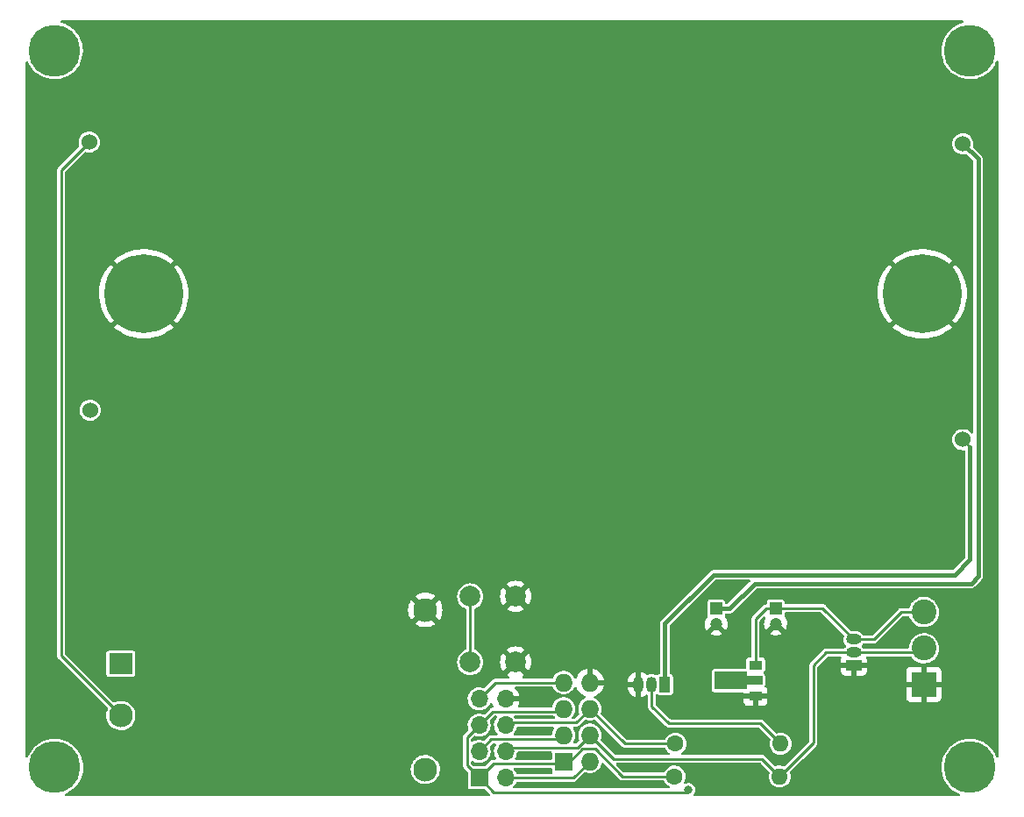
<source format=gbr>
%TF.GenerationSoftware,KiCad,Pcbnew,(6.0.0)*%
%TF.CreationDate,2022-04-24T16:41:59-07:00*%
%TF.ProjectId,Attic_Fan_Controller,41747469-635f-4466-916e-5f436f6e7472,rev?*%
%TF.SameCoordinates,Original*%
%TF.FileFunction,Copper,L1,Top*%
%TF.FilePolarity,Positive*%
%FSLAX46Y46*%
G04 Gerber Fmt 4.6, Leading zero omitted, Abs format (unit mm)*
G04 Created by KiCad (PCBNEW (6.0.0)) date 2022-04-24 16:41:59*
%MOMM*%
%LPD*%
G01*
G04 APERTURE LIST*
G04 Aperture macros list*
%AMFreePoly0*
4,1,9,3.862500,-0.866500,0.737500,-0.866500,0.737500,-0.450000,-0.737500,-0.450000,-0.737500,0.450000,0.737500,0.450000,0.737500,0.866500,3.862500,0.866500,3.862500,-0.866500,3.862500,-0.866500,$1*%
G04 Aperture macros list end*
%TA.AperFunction,ComponentPad*%
%ADD10R,2.300000X2.000000*%
%TD*%
%TA.AperFunction,ComponentPad*%
%ADD11C,2.300000*%
%TD*%
%TA.AperFunction,ComponentPad*%
%ADD12O,1.727200X1.727200*%
%TD*%
%TA.AperFunction,ComponentPad*%
%ADD13R,1.727200X1.727200*%
%TD*%
%TA.AperFunction,ComponentPad*%
%ADD14C,1.600000*%
%TD*%
%TA.AperFunction,ComponentPad*%
%ADD15O,1.600000X1.600000*%
%TD*%
%TA.AperFunction,ComponentPad*%
%ADD16R,1.500000X1.000000*%
%TD*%
%TA.AperFunction,ComponentPad*%
%ADD17O,1.500000X1.000000*%
%TD*%
%TA.AperFunction,ConnectorPad*%
%ADD18C,5.000000*%
%TD*%
%TA.AperFunction,ComponentPad*%
%ADD19C,2.900000*%
%TD*%
%TA.AperFunction,ComponentPad*%
%ADD20C,1.524000*%
%TD*%
%TA.AperFunction,ComponentPad*%
%ADD21C,7.620000*%
%TD*%
%TA.AperFunction,ComponentPad*%
%ADD22R,1.050000X1.500000*%
%TD*%
%TA.AperFunction,ComponentPad*%
%ADD23O,1.050000X1.500000*%
%TD*%
%TA.AperFunction,ComponentPad*%
%ADD24R,2.400000X2.400000*%
%TD*%
%TA.AperFunction,ComponentPad*%
%ADD25C,2.400000*%
%TD*%
%TA.AperFunction,ComponentPad*%
%ADD26O,1.700000X1.700000*%
%TD*%
%TA.AperFunction,ComponentPad*%
%ADD27R,1.700000X1.700000*%
%TD*%
%TA.AperFunction,ComponentPad*%
%ADD28R,1.200000X1.200000*%
%TD*%
%TA.AperFunction,ComponentPad*%
%ADD29C,1.200000*%
%TD*%
%TA.AperFunction,SMDPad,CuDef*%
%ADD30R,1.300000X0.900000*%
%TD*%
%TA.AperFunction,SMDPad,CuDef*%
%ADD31FreePoly0,180.000000*%
%TD*%
%TA.AperFunction,ComponentPad*%
%ADD32C,2.000000*%
%TD*%
%TA.AperFunction,ViaPad*%
%ADD33C,0.400000*%
%TD*%
%TA.AperFunction,ViaPad*%
%ADD34C,0.800000*%
%TD*%
%TA.AperFunction,Conductor*%
%ADD35C,0.254000*%
%TD*%
%TA.AperFunction,Conductor*%
%ADD36C,0.400000*%
%TD*%
G04 APERTURE END LIST*
D10*
%TO.P,PS1,1,AC/L*%
%TO.N,Net-(PS1-Pad1)*%
X21759500Y-74462000D03*
D11*
%TO.P,PS1,2,AC/N*%
%TO.N,Net-(PS1-Pad2)*%
X21759500Y-79462000D03*
%TO.P,PS1,3,-Vout*%
%TO.N,GND*%
X51159500Y-69262000D03*
%TO.P,PS1,4,+Vout*%
%TO.N,+5VD*%
X51159500Y-84662000D03*
%TD*%
D12*
%TO.P,U2,1,UTXD*%
%TO.N,/TX GPIO1*%
X64516000Y-76263302D03*
%TO.P,U2,2,GND*%
%TO.N,GND*%
X67056000Y-76263302D03*
%TO.P,U2,3,CH_PD*%
%TO.N,+3V3*%
X64516000Y-78803302D03*
%TO.P,U2,4,GPIO2*%
%TO.N,/GPIO2*%
X67056000Y-78803302D03*
%TO.P,U2,5,RST*%
%TO.N,/RST*%
X64516000Y-81343302D03*
%TO.P,U2,6,GPIO0*%
%TO.N,/GPIO0*%
X67056000Y-81343302D03*
D13*
%TO.P,U2,7,VCC*%
%TO.N,+3V3*%
X64516000Y-83883302D03*
D12*
%TO.P,U2,8,URXD*%
%TO.N,/RX GPIO3*%
X67056000Y-83883302D03*
%TD*%
D14*
%TO.P,R1,1*%
%TO.N,+3V3*%
X75231000Y-85344000D03*
D15*
%TO.P,R1,2*%
%TO.N,/GPIO0*%
X85391000Y-85344000D03*
%TD*%
D16*
%TO.P,U1,1,GND*%
%TO.N,GND*%
X92536538Y-74620350D03*
D17*
%TO.P,U1,2,DQ*%
%TO.N,/GPIO0*%
X92536538Y-73350350D03*
%TO.P,U1,3,VDD*%
%TO.N,+3V3*%
X92536538Y-72080350D03*
%TD*%
D18*
%TO.P,2.5mm,1*%
%TO.N,N/C*%
X103759000Y-84455000D03*
D19*
X103759000Y-84455000D03*
%TD*%
D20*
%TO.P,RLY1,4,-*%
%TO.N,Net-(Q1-Pad1)*%
X103068100Y-52806600D03*
%TO.P,RLY1,3,+*%
%TO.N,+5VD*%
X103068100Y-24231600D03*
%TO.P,RLY1,2,~~*%
%TO.N,Net-(PS1-Pad2)*%
X18705187Y-24066000D03*
%TO.P,RLY1,1,~~*%
%TO.N,Net-(PS1-Pad1)*%
X18785749Y-49966000D03*
D21*
%TO.P,RLY1,0,Mount*%
%TO.N,GND*%
X99156500Y-38735000D03*
X23972500Y-38735000D03*
%TD*%
D22*
%TO.P,Q1,1,C*%
%TO.N,Net-(Q1-Pad1)*%
X74295000Y-76454000D03*
D23*
%TO.P,Q1,2,B*%
%TO.N,Net-(Q1-Pad2)*%
X73025000Y-76454000D03*
%TO.P,Q1,3,E*%
%TO.N,GND*%
X71755000Y-76454000D03*
%TD*%
D24*
%TO.P,J1,1,Pin_1*%
%TO.N,GND*%
X99314000Y-76454000D03*
D25*
%TO.P,J1,2,Pin_2*%
%TO.N,/GPIO0*%
X99314000Y-72954000D03*
%TO.P,J1,3,Pin_3*%
%TO.N,+3V3*%
X99314000Y-69454000D03*
%TD*%
D26*
%TO.P,J2,1,Pin_1*%
%TO.N,/TX GPIO1*%
X56368000Y-77841000D03*
%TO.P,J2,2,Pin_2*%
%TO.N,GND*%
X58908000Y-77841000D03*
%TO.P,J2,3,Pin_3*%
%TO.N,+3V3*%
X56368000Y-80381000D03*
%TO.P,J2,4,Pin_4*%
%TO.N,/GPIO2*%
X58908000Y-80381000D03*
%TO.P,J2,5,Pin_5*%
%TO.N,/RST*%
X56368000Y-82921000D03*
%TO.P,J2,6,Pin_6*%
%TO.N,/GPIO0*%
X58908000Y-82921000D03*
D27*
%TO.P,J2,7,Pin_7*%
%TO.N,+3V3*%
X56368000Y-85461000D03*
D26*
%TO.P,J2,8,Pin_8*%
%TO.N,/RX GPIO3*%
X58908000Y-85461000D03*
%TD*%
D28*
%TO.P,C1,1*%
%TO.N,+5VD*%
X79248000Y-69127401D03*
D29*
%TO.P,C1,2*%
%TO.N,GND*%
X79248000Y-70627401D03*
%TD*%
D30*
%TO.P,U3,1,gnd*%
%TO.N,GND*%
X83057000Y-77573000D03*
D31*
%TO.P,U3,2,vin*%
%TO.N,+5VD*%
X82969500Y-76073000D03*
D30*
%TO.P,U3,3,vout*%
%TO.N,+3V3*%
X83057000Y-74573000D03*
%TD*%
D18*
%TO.P,2.5mm,.*%
%TO.N,N/C*%
X103759000Y-15240000D03*
D19*
%TO.P,2.5mm,1*%
X103759000Y-15240000D03*
%TD*%
%TO.P,2.5mm,1*%
%TO.N,N/C*%
X15336350Y-15240000D03*
D18*
X15336350Y-15240000D03*
%TD*%
D32*
%TO.P,SW1,1,1*%
%TO.N,/RST*%
X55499000Y-74295000D03*
X55499000Y-67945000D03*
%TO.P,SW1,2,2*%
%TO.N,GND*%
X59893200Y-74295000D03*
X59893200Y-67945000D03*
%TD*%
D28*
%TO.P,C2,1*%
%TO.N,+3V3*%
X84988400Y-69102001D03*
D29*
%TO.P,C2,2*%
%TO.N,GND*%
X84988400Y-70602001D03*
%TD*%
D19*
%TO.P,2.5mm,1*%
%TO.N,N/C*%
X15367000Y-84455000D03*
D18*
X15367000Y-84455000D03*
%TD*%
D14*
%TO.P,R2,1*%
%TO.N,/GPIO2*%
X75311000Y-82169000D03*
D15*
%TO.P,R2,2*%
%TO.N,Net-(Q1-Pad2)*%
X85471000Y-82169000D03*
%TD*%
D33*
%TO.N,+5VD*%
X79629000Y-76073000D03*
%TO.N,GND*%
X81534000Y-72136000D03*
%TO.N,+5VD*%
X80391000Y-76073000D03*
%TO.N,GND*%
X77216000Y-77724000D03*
X83058000Y-77724000D03*
%TO.N,+3V3*%
X83312000Y-74573000D03*
%TO.N,GND*%
X61772800Y-84810600D03*
X23342600Y-70561200D03*
X24511000Y-15925800D03*
X47447200Y-83693000D03*
X24511000Y-33274000D03*
X37185600Y-50774600D03*
X94005400Y-44373800D03*
X86918800Y-31292800D03*
X81153000Y-43586400D03*
X29210000Y-57505600D03*
X81102200Y-37846000D03*
X47701200Y-70586600D03*
X93929200Y-62839600D03*
X61544200Y-79603600D03*
X93802200Y-23190200D03*
X68935600Y-86004400D03*
X32283400Y-38811200D03*
X46380400Y-43586400D03*
X93827600Y-57556400D03*
X24485600Y-44399200D03*
X71272400Y-82931000D03*
X23342600Y-83693000D03*
X24485600Y-53213000D03*
X61315600Y-83261200D03*
X46380400Y-37896800D03*
X57632600Y-83286600D03*
X71450200Y-84505800D03*
X61544200Y-81000600D03*
X94107000Y-53213000D03*
X24536400Y-62915800D03*
X86918800Y-50825400D03*
X29235400Y-23215600D03*
X57556400Y-81203800D03*
X37160200Y-31343600D03*
X94005400Y-33248600D03*
X63931800Y-40995600D03*
D34*
%TO.N,+3V3*%
X76581000Y-86639400D03*
%TD*%
D35*
%TO.N,+3V3*%
X57671911Y-79077089D02*
X56368000Y-80381000D01*
X64242213Y-79077089D02*
X57671911Y-79077089D01*
X64516000Y-78803302D02*
X64242213Y-79077089D01*
%TO.N,/GPIO0*%
X88646000Y-82089000D02*
X85391000Y-85344000D01*
X88646000Y-74574400D02*
X88646000Y-82089000D01*
X92536538Y-73350350D02*
X89870050Y-73350350D01*
X89870050Y-73350350D02*
X88646000Y-74574400D01*
%TO.N,Net-(PS1-Pad2)*%
X16002000Y-26769187D02*
X18705187Y-24066000D01*
X16002000Y-73704500D02*
X16002000Y-26769187D01*
X21759500Y-79462000D02*
X16002000Y-73704500D01*
%TO.N,+3V3*%
X84085399Y-69102001D02*
X84988400Y-69102001D01*
X83057000Y-74318000D02*
X83057000Y-70130400D01*
X83312000Y-74573000D02*
X83057000Y-74318000D01*
X83057000Y-70130400D02*
X84085399Y-69102001D01*
%TO.N,+5VD*%
X80391000Y-76073000D02*
X80060800Y-76073000D01*
%TO.N,+3V3*%
X56368000Y-80381000D02*
X55191489Y-81557511D01*
X92536538Y-72080350D02*
X94518250Y-72080350D01*
X94518250Y-72080350D02*
X97144600Y-69454000D01*
X55191489Y-81557511D02*
X55191489Y-84284489D01*
X57731489Y-84097511D02*
X56368000Y-85461000D01*
X64516000Y-83883302D02*
X64301791Y-84097511D01*
X66347485Y-82693191D02*
X65157374Y-83883302D01*
X57775000Y-86868000D02*
X56368000Y-85461000D01*
X70199770Y-85344000D02*
X67548961Y-82693191D01*
X84988400Y-69102001D02*
X85002401Y-69088000D01*
X76352400Y-86868000D02*
X57775000Y-86868000D01*
X64301791Y-84097511D02*
X57731489Y-84097511D01*
X55191489Y-84284489D02*
X56368000Y-85461000D01*
X65157374Y-83883302D02*
X64516000Y-83883302D01*
X85002401Y-69088000D02*
X89544188Y-69088000D01*
X97144600Y-69454000D02*
X99314000Y-69454000D01*
X75231000Y-85344000D02*
X70199770Y-85344000D01*
X89544188Y-69088000D02*
X92536538Y-72080350D01*
X76581000Y-86639400D02*
X76352400Y-86868000D01*
X67548961Y-82693191D02*
X66347485Y-82693191D01*
D36*
%TO.N,+5VD*%
X88612881Y-66700400D02*
X103860600Y-66700400D01*
X82219800Y-76073000D02*
X82969500Y-76073000D01*
X104546400Y-66014600D02*
X104546400Y-51104800D01*
X79248000Y-69127401D02*
X80554799Y-69127401D01*
D35*
X79248000Y-69127401D02*
X80594200Y-69127401D01*
D36*
X82981800Y-66700400D02*
X88620600Y-66700400D01*
X103860600Y-66700400D02*
X104546400Y-66014600D01*
X80554799Y-69127401D02*
X82981800Y-66700400D01*
X81838800Y-75692000D02*
X82219800Y-76073000D01*
X104546400Y-25709900D02*
X103068100Y-24231600D01*
X104546400Y-51104800D02*
X104546400Y-25709900D01*
D35*
X82969500Y-76073000D02*
X80391000Y-76073000D01*
%TO.N,Net-(Q1-Pad2)*%
X85471000Y-82169000D02*
X83515200Y-80213200D01*
X73025000Y-78562200D02*
X73025000Y-76454000D01*
X74676000Y-80213200D02*
X73025000Y-78562200D01*
X83515200Y-80213200D02*
X74676000Y-80213200D01*
D36*
%TO.N,Net-(Q1-Pad1)*%
X103759000Y-64389000D02*
X103759000Y-53497500D01*
X74295000Y-70586600D02*
X79019400Y-65862200D01*
X74295000Y-76454000D02*
X74295000Y-70586600D01*
X79019400Y-65862200D02*
X102285800Y-65862200D01*
D35*
X103759000Y-53497500D02*
X103068100Y-52806600D01*
D36*
X102285800Y-65862200D02*
X103759000Y-64389000D01*
D35*
%TO.N,/GPIO0*%
X67056000Y-81343302D02*
X65865889Y-82533413D01*
X83689200Y-83642200D02*
X85391000Y-85344000D01*
X69354898Y-83642200D02*
X83689200Y-83642200D01*
X59295587Y-82533413D02*
X58908000Y-82921000D01*
X98917650Y-73350350D02*
X99314000Y-72954000D01*
X92536538Y-73350350D02*
X98917650Y-73350350D01*
X67056000Y-81343302D02*
X69354898Y-83642200D01*
X65865889Y-82533413D02*
X59295587Y-82533413D01*
%TO.N,/GPIO2*%
X70421698Y-82169000D02*
X67056000Y-78803302D01*
X59135809Y-80153191D02*
X58908000Y-80381000D01*
X75311000Y-82169000D02*
X70421698Y-82169000D01*
X67056000Y-78803302D02*
X65706111Y-80153191D01*
X65706111Y-80153191D02*
X59135809Y-80153191D01*
%TO.N,/RST*%
X55499000Y-67945000D02*
X55499000Y-74295000D01*
X57544511Y-81744489D02*
X56368000Y-82921000D01*
X64516000Y-81343302D02*
X64114813Y-81744489D01*
X64114813Y-81744489D02*
X57544511Y-81744489D01*
%TO.N,/TX GPIO1*%
X56368000Y-77841000D02*
X57945698Y-76263302D01*
X57945698Y-76263302D02*
X64516000Y-76263302D01*
%TO.N,/RX GPIO3*%
X65478302Y-85461000D02*
X58908000Y-85461000D01*
X67056000Y-83883302D02*
X65478302Y-85461000D01*
%TD*%
%TA.AperFunction,Conductor*%
%TO.N,GND*%
G36*
X103117263Y-12339002D02*
G01*
X103163756Y-12392658D01*
X103173860Y-12462932D01*
X103144366Y-12527512D01*
X103085876Y-12565526D01*
X102797103Y-12653538D01*
X102493341Y-12787830D01*
X102207911Y-12957642D01*
X101944950Y-13160515D01*
X101942249Y-13163174D01*
X101942242Y-13163180D01*
X101710974Y-13390845D01*
X101708266Y-13393511D01*
X101501287Y-13653253D01*
X101327012Y-13935980D01*
X101187965Y-14237596D01*
X101086161Y-14553732D01*
X101023073Y-14879808D01*
X101022806Y-14883584D01*
X101022805Y-14883589D01*
X100999884Y-15207314D01*
X100999616Y-15211103D01*
X101016130Y-15542816D01*
X101016771Y-15546547D01*
X101016772Y-15546555D01*
X101030909Y-15628822D01*
X101072375Y-15870142D01*
X101167537Y-16188341D01*
X101169050Y-16191812D01*
X101169052Y-16191818D01*
X101229407Y-16330295D01*
X101300236Y-16492803D01*
X101302159Y-16496074D01*
X101302161Y-16496078D01*
X101466629Y-16775847D01*
X101466634Y-16775855D01*
X101468552Y-16779117D01*
X101670046Y-17043137D01*
X101672694Y-17045856D01*
X101672699Y-17045861D01*
X101899152Y-17278322D01*
X101901798Y-17281038D01*
X101904742Y-17283409D01*
X101904745Y-17283412D01*
X101975810Y-17340652D01*
X102160453Y-17489374D01*
X102442264Y-17665127D01*
X102743147Y-17805751D01*
X103058746Y-17909209D01*
X103384488Y-17974003D01*
X103388261Y-17974290D01*
X103388268Y-17974291D01*
X103711878Y-17998908D01*
X103711883Y-17998908D01*
X103715655Y-17999195D01*
X104047450Y-17984418D01*
X104375067Y-17929888D01*
X104378701Y-17928822D01*
X104378705Y-17928821D01*
X104520975Y-17887083D01*
X104693759Y-17836393D01*
X104998912Y-17705290D01*
X105286103Y-17538475D01*
X105551175Y-17338367D01*
X105790286Y-17107863D01*
X105840764Y-17045861D01*
X105997582Y-16853239D01*
X105997583Y-16853238D01*
X105999973Y-16850302D01*
X106001995Y-16847098D01*
X106175176Y-16572623D01*
X106175179Y-16572617D01*
X106177199Y-16569416D01*
X106313133Y-16282495D01*
X106360375Y-16229498D01*
X106428769Y-16210454D01*
X106496603Y-16231411D01*
X106542337Y-16285714D01*
X106553000Y-16336442D01*
X106553000Y-83364766D01*
X106532998Y-83432887D01*
X106479342Y-83479380D01*
X106409068Y-83489484D01*
X106344488Y-83459990D01*
X106312028Y-83416316D01*
X106296595Y-83381896D01*
X106204510Y-83176518D01*
X106033205Y-82891982D01*
X106030878Y-82888998D01*
X106030873Y-82888991D01*
X105831294Y-82633082D01*
X105831292Y-82633079D01*
X105828958Y-82630087D01*
X105594726Y-82394626D01*
X105585761Y-82387558D01*
X105336885Y-82191360D01*
X105333904Y-82189010D01*
X105050269Y-82016218D01*
X104915225Y-81954817D01*
X104751381Y-81880321D01*
X104751373Y-81880318D01*
X104747929Y-81878752D01*
X104431264Y-81778604D01*
X104229304Y-81740626D01*
X104108585Y-81717925D01*
X104108580Y-81717924D01*
X104104861Y-81717225D01*
X103773449Y-81695503D01*
X103769669Y-81695711D01*
X103769668Y-81695711D01*
X103674655Y-81700940D01*
X103441827Y-81713753D01*
X103438100Y-81714414D01*
X103438096Y-81714414D01*
X103310458Y-81737035D01*
X103114799Y-81771711D01*
X103111174Y-81772816D01*
X103111169Y-81772817D01*
X102959719Y-81818976D01*
X102797103Y-81868538D01*
X102493341Y-82002830D01*
X102304784Y-82115009D01*
X102219896Y-82165512D01*
X102207911Y-82172642D01*
X102204910Y-82174957D01*
X102204906Y-82174960D01*
X102042537Y-82300227D01*
X101944950Y-82375515D01*
X101942249Y-82378174D01*
X101942242Y-82378180D01*
X101716933Y-82599979D01*
X101708266Y-82608511D01*
X101705902Y-82611478D01*
X101705899Y-82611481D01*
X101597250Y-82747827D01*
X101501287Y-82868253D01*
X101327012Y-83150980D01*
X101187965Y-83452596D01*
X101145500Y-83584465D01*
X101090244Y-83756054D01*
X101086161Y-83768732D01*
X101085442Y-83772448D01*
X101085440Y-83772456D01*
X101027045Y-84074276D01*
X101023073Y-84094808D01*
X101022806Y-84098584D01*
X101022805Y-84098589D01*
X100999884Y-84422314D01*
X100999616Y-84426103D01*
X101001825Y-84470478D01*
X101014953Y-84734167D01*
X101016130Y-84757816D01*
X101016771Y-84761547D01*
X101016772Y-84761555D01*
X101071406Y-85079500D01*
X101072375Y-85085142D01*
X101073463Y-85088781D01*
X101073464Y-85088784D01*
X101134431Y-85292641D01*
X101167537Y-85403341D01*
X101169050Y-85406812D01*
X101169052Y-85406818D01*
X101208574Y-85497495D01*
X101300236Y-85707803D01*
X101302159Y-85711074D01*
X101302161Y-85711078D01*
X101466629Y-85990847D01*
X101466634Y-85990855D01*
X101468552Y-85994117D01*
X101470853Y-85997132D01*
X101662336Y-86248034D01*
X101670046Y-86258137D01*
X101672694Y-86260856D01*
X101672699Y-86260861D01*
X101899152Y-86493322D01*
X101901798Y-86496038D01*
X101904742Y-86498409D01*
X101904745Y-86498412D01*
X101988036Y-86565499D01*
X102160453Y-86704374D01*
X102442264Y-86880127D01*
X102714222Y-87007232D01*
X102717688Y-87008852D01*
X102770932Y-87055815D01*
X102790333Y-87124110D01*
X102769732Y-87192051D01*
X102715669Y-87238070D01*
X102664338Y-87249000D01*
X77194645Y-87249000D01*
X77126524Y-87228998D01*
X77080031Y-87175342D01*
X77069927Y-87105068D01*
X77092321Y-87049477D01*
X77158755Y-86957024D01*
X77217842Y-86810041D01*
X77240162Y-86653207D01*
X77240307Y-86639400D01*
X77221276Y-86482133D01*
X77165280Y-86333946D01*
X77150179Y-86311974D01*
X77079855Y-86209651D01*
X77079854Y-86209649D01*
X77075553Y-86203392D01*
X76957275Y-86098011D01*
X76949889Y-86094100D01*
X76848688Y-86040517D01*
X76817274Y-86023884D01*
X76663633Y-85985292D01*
X76656034Y-85985252D01*
X76656033Y-85985252D01*
X76590181Y-85984907D01*
X76505221Y-85984462D01*
X76497841Y-85986234D01*
X76497839Y-85986234D01*
X76358563Y-86019671D01*
X76358560Y-86019672D01*
X76351184Y-86021443D01*
X76344443Y-86024922D01*
X76344433Y-86024926D01*
X76314549Y-86040351D01*
X76244842Y-86053821D01*
X76178919Y-86027466D01*
X76137709Y-85969654D01*
X76134296Y-85898739D01*
X76147203Y-85866149D01*
X76195950Y-85780340D01*
X76195952Y-85780336D01*
X76198995Y-85774979D01*
X76247487Y-85629206D01*
X76262325Y-85584601D01*
X76262326Y-85584598D01*
X76264270Y-85578753D01*
X76290189Y-85373586D01*
X76290602Y-85344000D01*
X76270422Y-85138189D01*
X76210651Y-84940217D01*
X76154189Y-84834028D01*
X76116459Y-84763067D01*
X76116457Y-84763064D01*
X76113565Y-84757625D01*
X76109674Y-84752855D01*
X76109672Y-84752851D01*
X75986758Y-84602143D01*
X75986755Y-84602140D01*
X75982863Y-84597368D01*
X75975966Y-84591662D01*
X75828271Y-84469478D01*
X75828266Y-84469475D01*
X75823522Y-84465550D01*
X75818103Y-84462620D01*
X75818100Y-84462618D01*
X75647032Y-84370122D01*
X75647027Y-84370120D01*
X75641612Y-84367192D01*
X75444063Y-84306040D01*
X75437938Y-84305396D01*
X75437937Y-84305396D01*
X75244526Y-84285068D01*
X75244524Y-84285068D01*
X75238397Y-84284424D01*
X75112229Y-84295906D01*
X75038591Y-84302607D01*
X75038590Y-84302607D01*
X75032450Y-84303166D01*
X74834066Y-84361554D01*
X74828601Y-84364411D01*
X74656261Y-84454508D01*
X74656257Y-84454511D01*
X74650801Y-84457363D01*
X74489635Y-84586943D01*
X74356708Y-84745360D01*
X74353739Y-84750760D01*
X74353738Y-84750762D01*
X74273232Y-84897201D01*
X74222887Y-84947260D01*
X74162818Y-84962500D01*
X70409982Y-84962500D01*
X70341861Y-84942498D01*
X70320887Y-84925595D01*
X69634087Y-84238795D01*
X69600061Y-84176483D01*
X69605126Y-84105668D01*
X69647673Y-84048832D01*
X69714193Y-84024021D01*
X69723182Y-84023700D01*
X83478988Y-84023700D01*
X83547109Y-84043702D01*
X83568083Y-84060605D01*
X84366999Y-84859521D01*
X84401025Y-84921833D01*
X84398006Y-84986714D01*
X84354553Y-85123696D01*
X84353867Y-85129813D01*
X84353866Y-85129817D01*
X84332188Y-85323081D01*
X84331501Y-85329206D01*
X84348806Y-85535278D01*
X84405807Y-85734066D01*
X84408625Y-85739548D01*
X84408626Y-85739552D01*
X84497514Y-85912509D01*
X84497517Y-85912513D01*
X84500334Y-85917995D01*
X84628786Y-86080061D01*
X84633479Y-86084055D01*
X84633480Y-86084056D01*
X84773700Y-86203392D01*
X84786271Y-86214091D01*
X84966789Y-86314980D01*
X85163466Y-86378884D01*
X85368809Y-86403370D01*
X85374944Y-86402898D01*
X85374946Y-86402898D01*
X85568856Y-86387977D01*
X85568860Y-86387976D01*
X85574998Y-86387504D01*
X85774178Y-86331892D01*
X85779682Y-86329112D01*
X85779684Y-86329111D01*
X85953262Y-86241431D01*
X85953264Y-86241430D01*
X85958763Y-86238652D01*
X86121722Y-86111334D01*
X86125748Y-86106670D01*
X86125751Y-86106667D01*
X86252819Y-85959457D01*
X86252820Y-85959455D01*
X86256848Y-85954789D01*
X86317885Y-85847345D01*
X86355950Y-85780340D01*
X86355952Y-85780336D01*
X86358995Y-85774979D01*
X86407487Y-85629206D01*
X86422325Y-85584601D01*
X86422326Y-85584598D01*
X86424270Y-85578753D01*
X86450189Y-85373586D01*
X86450602Y-85344000D01*
X86430422Y-85138189D01*
X86412370Y-85078399D01*
X86384018Y-84984490D01*
X86383477Y-84913495D01*
X86415545Y-84858977D01*
X87624683Y-83649840D01*
X88877479Y-82397044D01*
X88896495Y-82381685D01*
X88897556Y-82380719D01*
X88906304Y-82375071D01*
X88927229Y-82348528D01*
X88931208Y-82344050D01*
X88931137Y-82343990D01*
X88934490Y-82340033D01*
X88938171Y-82336352D01*
X88948444Y-82321977D01*
X88949469Y-82320543D01*
X88953032Y-82315798D01*
X88978485Y-82283510D01*
X88984934Y-82275330D01*
X88987984Y-82266645D01*
X88993334Y-82259158D01*
X89008109Y-82209753D01*
X89009930Y-82204150D01*
X89010654Y-82202090D01*
X89027016Y-82155498D01*
X89027500Y-82149909D01*
X89027500Y-82147196D01*
X89027615Y-82144531D01*
X89027634Y-82144468D01*
X89027808Y-82144475D01*
X89027855Y-82143729D01*
X89029725Y-82137476D01*
X89027597Y-82083322D01*
X89027500Y-82078375D01*
X89027500Y-77698669D01*
X97606001Y-77698669D01*
X97606371Y-77705490D01*
X97611895Y-77756352D01*
X97615521Y-77771604D01*
X97660676Y-77892054D01*
X97669214Y-77907649D01*
X97745715Y-78009724D01*
X97758276Y-78022285D01*
X97860351Y-78098786D01*
X97875946Y-78107324D01*
X97996394Y-78152478D01*
X98011649Y-78156105D01*
X98062514Y-78161631D01*
X98069328Y-78162000D01*
X99041885Y-78162000D01*
X99057124Y-78157525D01*
X99058329Y-78156135D01*
X99060000Y-78148452D01*
X99060000Y-78143884D01*
X99568000Y-78143884D01*
X99572475Y-78159123D01*
X99573865Y-78160328D01*
X99581548Y-78161999D01*
X100558669Y-78161999D01*
X100565490Y-78161629D01*
X100616352Y-78156105D01*
X100631604Y-78152479D01*
X100752054Y-78107324D01*
X100767649Y-78098786D01*
X100869724Y-78022285D01*
X100882285Y-78009724D01*
X100958786Y-77907649D01*
X100967324Y-77892054D01*
X101012478Y-77771606D01*
X101016105Y-77756351D01*
X101021631Y-77705486D01*
X101022000Y-77698672D01*
X101022000Y-76726115D01*
X101017525Y-76710876D01*
X101016135Y-76709671D01*
X101008452Y-76708000D01*
X99586115Y-76708000D01*
X99570876Y-76712475D01*
X99569671Y-76713865D01*
X99568000Y-76721548D01*
X99568000Y-78143884D01*
X99060000Y-78143884D01*
X99060000Y-76726115D01*
X99055525Y-76710876D01*
X99054135Y-76709671D01*
X99046452Y-76708000D01*
X97624116Y-76708000D01*
X97608877Y-76712475D01*
X97607672Y-76713865D01*
X97606001Y-76721548D01*
X97606001Y-77698669D01*
X89027500Y-77698669D01*
X89027500Y-76181885D01*
X97606000Y-76181885D01*
X97610475Y-76197124D01*
X97611865Y-76198329D01*
X97619548Y-76200000D01*
X99041885Y-76200000D01*
X99057124Y-76195525D01*
X99058329Y-76194135D01*
X99060000Y-76186452D01*
X99060000Y-76181885D01*
X99568000Y-76181885D01*
X99572475Y-76197124D01*
X99573865Y-76198329D01*
X99581548Y-76200000D01*
X101003884Y-76200000D01*
X101019123Y-76195525D01*
X101020328Y-76194135D01*
X101021999Y-76186452D01*
X101021999Y-75209331D01*
X101021629Y-75202510D01*
X101016105Y-75151648D01*
X101012479Y-75136396D01*
X100967324Y-75015946D01*
X100958786Y-75000351D01*
X100882285Y-74898276D01*
X100869724Y-74885715D01*
X100767649Y-74809214D01*
X100752054Y-74800676D01*
X100631606Y-74755522D01*
X100616351Y-74751895D01*
X100565486Y-74746369D01*
X100558672Y-74746000D01*
X99586115Y-74746000D01*
X99570876Y-74750475D01*
X99569671Y-74751865D01*
X99568000Y-74759548D01*
X99568000Y-76181885D01*
X99060000Y-76181885D01*
X99060000Y-74764116D01*
X99055525Y-74748877D01*
X99054135Y-74747672D01*
X99046452Y-74746001D01*
X98069331Y-74746001D01*
X98062510Y-74746371D01*
X98011648Y-74751895D01*
X97996396Y-74755521D01*
X97875946Y-74800676D01*
X97860351Y-74809214D01*
X97758276Y-74885715D01*
X97745715Y-74898276D01*
X97669214Y-75000351D01*
X97660676Y-75015946D01*
X97615522Y-75136394D01*
X97611895Y-75151649D01*
X97606369Y-75202514D01*
X97606000Y-75209328D01*
X97606000Y-76181885D01*
X89027500Y-76181885D01*
X89027500Y-75165019D01*
X91278539Y-75165019D01*
X91278909Y-75171840D01*
X91284433Y-75222702D01*
X91288059Y-75237954D01*
X91333214Y-75358404D01*
X91341752Y-75373999D01*
X91418253Y-75476074D01*
X91430814Y-75488635D01*
X91532889Y-75565136D01*
X91548484Y-75573674D01*
X91668932Y-75618828D01*
X91684187Y-75622455D01*
X91735052Y-75627981D01*
X91741866Y-75628350D01*
X92264423Y-75628350D01*
X92279662Y-75623875D01*
X92280867Y-75622485D01*
X92282538Y-75614802D01*
X92282538Y-75610234D01*
X92790538Y-75610234D01*
X92795013Y-75625473D01*
X92796403Y-75626678D01*
X92804086Y-75628349D01*
X93331207Y-75628349D01*
X93338028Y-75627979D01*
X93388890Y-75622455D01*
X93404142Y-75618829D01*
X93524592Y-75573674D01*
X93540187Y-75565136D01*
X93642262Y-75488635D01*
X93654823Y-75476074D01*
X93731324Y-75373999D01*
X93739862Y-75358404D01*
X93785016Y-75237956D01*
X93788643Y-75222701D01*
X93794169Y-75171836D01*
X93794538Y-75165022D01*
X93794538Y-74892465D01*
X93790063Y-74877226D01*
X93788673Y-74876021D01*
X93780990Y-74874350D01*
X92808653Y-74874350D01*
X92793414Y-74878825D01*
X92792209Y-74880215D01*
X92790538Y-74887898D01*
X92790538Y-75610234D01*
X92282538Y-75610234D01*
X92282538Y-74892465D01*
X92278063Y-74877226D01*
X92276673Y-74876021D01*
X92268990Y-74874350D01*
X91296654Y-74874350D01*
X91281415Y-74878825D01*
X91280210Y-74880215D01*
X91278539Y-74887898D01*
X91278539Y-75165019D01*
X89027500Y-75165019D01*
X89027500Y-74784612D01*
X89047502Y-74716491D01*
X89064401Y-74695521D01*
X89991170Y-73768753D01*
X90053480Y-73734729D01*
X90080263Y-73731850D01*
X91207815Y-73731850D01*
X91275936Y-73751852D01*
X91322429Y-73805508D01*
X91332533Y-73875782D01*
X91325797Y-73902079D01*
X91288060Y-74002741D01*
X91284433Y-74017999D01*
X91278907Y-74068864D01*
X91278538Y-74075678D01*
X91278538Y-74348235D01*
X91283013Y-74363474D01*
X91284403Y-74364679D01*
X91292086Y-74366350D01*
X93776422Y-74366350D01*
X93791661Y-74361875D01*
X93792866Y-74360485D01*
X93794537Y-74352802D01*
X93794537Y-74075681D01*
X93794167Y-74068860D01*
X93788643Y-74017998D01*
X93785016Y-74002744D01*
X93747279Y-73902079D01*
X93742096Y-73831272D01*
X93776017Y-73768903D01*
X93838272Y-73734774D01*
X93865261Y-73731850D01*
X98014135Y-73731850D01*
X98082256Y-73751852D01*
X98121567Y-73792014D01*
X98133554Y-73811575D01*
X98133558Y-73811580D01*
X98136254Y-73815980D01*
X98292852Y-73996762D01*
X98476874Y-74149540D01*
X98481326Y-74152142D01*
X98481331Y-74152145D01*
X98676783Y-74266358D01*
X98683377Y-74270211D01*
X98906817Y-74355534D01*
X98911883Y-74356565D01*
X98911884Y-74356565D01*
X98931152Y-74360485D01*
X99141191Y-74403218D01*
X99275499Y-74408143D01*
X99375043Y-74411794D01*
X99375048Y-74411794D01*
X99380207Y-74411983D01*
X99385327Y-74411327D01*
X99385329Y-74411327D01*
X99612316Y-74382249D01*
X99612317Y-74382249D01*
X99617444Y-74381592D01*
X99623107Y-74379893D01*
X99841577Y-74314349D01*
X99841582Y-74314347D01*
X99846532Y-74312862D01*
X100061319Y-74207639D01*
X100065524Y-74204639D01*
X100065530Y-74204636D01*
X100251832Y-74071748D01*
X100251834Y-74071746D01*
X100256036Y-74068749D01*
X100425454Y-73899921D01*
X100439162Y-73880845D01*
X100484451Y-73817818D01*
X100565023Y-73705690D01*
X100584959Y-73665354D01*
X100668701Y-73495914D01*
X100668702Y-73495912D01*
X100670995Y-73491272D01*
X100735635Y-73278516D01*
X100739022Y-73267369D01*
X100739022Y-73267368D01*
X100740524Y-73262425D01*
X100747755Y-73207500D01*
X100771306Y-73028617D01*
X100771306Y-73028613D01*
X100771743Y-73025296D01*
X100772702Y-72986057D01*
X100773403Y-72957365D01*
X100773403Y-72957361D01*
X100773485Y-72954000D01*
X100753887Y-72715628D01*
X100695620Y-72483658D01*
X100600249Y-72264319D01*
X100470335Y-72063502D01*
X100441470Y-72031779D01*
X100312844Y-71890422D01*
X100312842Y-71890421D01*
X100309366Y-71886600D01*
X100305315Y-71883401D01*
X100305311Y-71883397D01*
X100125725Y-71741569D01*
X100121667Y-71738364D01*
X100019827Y-71682145D01*
X99916808Y-71625275D01*
X99916805Y-71625274D01*
X99912277Y-71622774D01*
X99686819Y-71542936D01*
X99638046Y-71534248D01*
X99456438Y-71501898D01*
X99456434Y-71501898D01*
X99451350Y-71500992D01*
X99367548Y-71499968D01*
X99217360Y-71498133D01*
X99217358Y-71498133D01*
X99212191Y-71498070D01*
X99053680Y-71522326D01*
X98980876Y-71533466D01*
X98980874Y-71533467D01*
X98975767Y-71534248D01*
X98909878Y-71555784D01*
X98753340Y-71606949D01*
X98753338Y-71606950D01*
X98748427Y-71608555D01*
X98716308Y-71625275D01*
X98548954Y-71712394D01*
X98536275Y-71718994D01*
X98532142Y-71722097D01*
X98532139Y-71722099D01*
X98349145Y-71859495D01*
X98345010Y-71862600D01*
X98179767Y-72035516D01*
X98044985Y-72233099D01*
X98019681Y-72287612D01*
X97958642Y-72419111D01*
X97944284Y-72450042D01*
X97880366Y-72680520D01*
X97879817Y-72685654D01*
X97879817Y-72685656D01*
X97861588Y-72856239D01*
X97834460Y-72921848D01*
X97776168Y-72962377D01*
X97736301Y-72968850D01*
X93506322Y-72968850D01*
X93438201Y-72948848D01*
X93404840Y-72917532D01*
X93346442Y-72838178D01*
X93342101Y-72832279D01*
X93316836Y-72810815D01*
X93277871Y-72751467D01*
X93277178Y-72680474D01*
X93306942Y-72628137D01*
X93389766Y-72540706D01*
X93394802Y-72535390D01*
X93401089Y-72524566D01*
X93452599Y-72475707D01*
X93510044Y-72461850D01*
X94464115Y-72461850D01*
X94488414Y-72464436D01*
X94489852Y-72464504D01*
X94500030Y-72466695D01*
X94533591Y-72462723D01*
X94539570Y-72462371D01*
X94539562Y-72462278D01*
X94544740Y-72461850D01*
X94549942Y-72461850D01*
X94569096Y-72458662D01*
X94574954Y-72457828D01*
X94591568Y-72455862D01*
X94615817Y-72452992D01*
X94615818Y-72452992D01*
X94626157Y-72451768D01*
X94634456Y-72447783D01*
X94643533Y-72446272D01*
X94688901Y-72421792D01*
X94694164Y-72419111D01*
X94733500Y-72400223D01*
X94733504Y-72400220D01*
X94740648Y-72396790D01*
X94744942Y-72393180D01*
X94746874Y-72391248D01*
X94748823Y-72389461D01*
X94748876Y-72389432D01*
X94748995Y-72389562D01*
X94749563Y-72389061D01*
X94755307Y-72385962D01*
X94792118Y-72346140D01*
X94795547Y-72342575D01*
X97265717Y-69872405D01*
X97328029Y-69838379D01*
X97354812Y-69835500D01*
X97814161Y-69835500D01*
X97882282Y-69855502D01*
X97930904Y-69914096D01*
X97970849Y-70012470D01*
X98011284Y-70112049D01*
X98013989Y-70116464D01*
X98013990Y-70116465D01*
X98029041Y-70141025D01*
X98136254Y-70315980D01*
X98292852Y-70496762D01*
X98476874Y-70649540D01*
X98481326Y-70652142D01*
X98481331Y-70652145D01*
X98664070Y-70758929D01*
X98683377Y-70770211D01*
X98906817Y-70855534D01*
X98911883Y-70856565D01*
X98911884Y-70856565D01*
X98964359Y-70867241D01*
X99141191Y-70903218D01*
X99275499Y-70908143D01*
X99375043Y-70911794D01*
X99375048Y-70911794D01*
X99380207Y-70911983D01*
X99385327Y-70911327D01*
X99385329Y-70911327D01*
X99612316Y-70882249D01*
X99612317Y-70882249D01*
X99617444Y-70881592D01*
X99622394Y-70880107D01*
X99841577Y-70814349D01*
X99841582Y-70814347D01*
X99846532Y-70812862D01*
X100061319Y-70707639D01*
X100065524Y-70704639D01*
X100065530Y-70704636D01*
X100251832Y-70571748D01*
X100251834Y-70571746D01*
X100256036Y-70568749D01*
X100425454Y-70399921D01*
X100430162Y-70393370D01*
X100476900Y-70328326D01*
X100565023Y-70205690D01*
X100568802Y-70198045D01*
X100668701Y-69995914D01*
X100668702Y-69995912D01*
X100670995Y-69991272D01*
X100740524Y-69762425D01*
X100741835Y-69752467D01*
X100771306Y-69528617D01*
X100771306Y-69528613D01*
X100771743Y-69525296D01*
X100772165Y-69508034D01*
X100773403Y-69457365D01*
X100773403Y-69457361D01*
X100773485Y-69454000D01*
X100753887Y-69215628D01*
X100695620Y-68983658D01*
X100621376Y-68812907D01*
X100602309Y-68769056D01*
X100602307Y-68769053D01*
X100600249Y-68764319D01*
X100470335Y-68563502D01*
X100455230Y-68546901D01*
X100312844Y-68390422D01*
X100312842Y-68390421D01*
X100309366Y-68386600D01*
X100305315Y-68383401D01*
X100305311Y-68383397D01*
X100125725Y-68241569D01*
X100121667Y-68238364D01*
X99986367Y-68163674D01*
X99916808Y-68125275D01*
X99916805Y-68125274D01*
X99912277Y-68122774D01*
X99686819Y-68042936D01*
X99638046Y-68034248D01*
X99456438Y-68001898D01*
X99456434Y-68001898D01*
X99451350Y-68000992D01*
X99367548Y-67999968D01*
X99217360Y-67998133D01*
X99217358Y-67998133D01*
X99212191Y-67998070D01*
X99053680Y-68022326D01*
X98980876Y-68033466D01*
X98980874Y-68033467D01*
X98975767Y-68034248D01*
X98943906Y-68044662D01*
X98753340Y-68106949D01*
X98753338Y-68106950D01*
X98748427Y-68108555D01*
X98536275Y-68218994D01*
X98532142Y-68222097D01*
X98532139Y-68222099D01*
X98349145Y-68359495D01*
X98345010Y-68362600D01*
X98292280Y-68417779D01*
X98211477Y-68502334D01*
X98179767Y-68535516D01*
X98044985Y-68733099D01*
X98017211Y-68792934D01*
X97972165Y-68889978D01*
X97944284Y-68950042D01*
X97936276Y-68978919D01*
X97935928Y-68980173D01*
X97898449Y-69040470D01*
X97834320Y-69070933D01*
X97814511Y-69072500D01*
X97198740Y-69072500D01*
X97174424Y-69069913D01*
X97173001Y-69069846D01*
X97162820Y-69067654D01*
X97135116Y-69070933D01*
X97129252Y-69071627D01*
X97123278Y-69071979D01*
X97123286Y-69072072D01*
X97118108Y-69072500D01*
X97112908Y-69072500D01*
X97107779Y-69073354D01*
X97107776Y-69073354D01*
X97093765Y-69075686D01*
X97087886Y-69076523D01*
X97047033Y-69081358D01*
X97047032Y-69081358D01*
X97036693Y-69082582D01*
X97028394Y-69086567D01*
X97019317Y-69088078D01*
X96973949Y-69112558D01*
X96968686Y-69115239D01*
X96941388Y-69128347D01*
X96922202Y-69137560D01*
X96917908Y-69141169D01*
X96915982Y-69143095D01*
X96914024Y-69144891D01*
X96913967Y-69144921D01*
X96913849Y-69144792D01*
X96913284Y-69145290D01*
X96907543Y-69148388D01*
X96900474Y-69156035D01*
X96900473Y-69156036D01*
X96870746Y-69188195D01*
X96867316Y-69191761D01*
X94397132Y-71661945D01*
X94334820Y-71695971D01*
X94308037Y-71698850D01*
X93506322Y-71698850D01*
X93438201Y-71678848D01*
X93404840Y-71647532D01*
X93347210Y-71569222D01*
X93342101Y-71562279D01*
X93208018Y-71448368D01*
X93164504Y-71426149D01*
X93057843Y-71371684D01*
X93057838Y-71371682D01*
X93051326Y-71368357D01*
X93044220Y-71366618D01*
X93044217Y-71366617D01*
X92962828Y-71346702D01*
X92880430Y-71326539D01*
X92874828Y-71326191D01*
X92874825Y-71326191D01*
X92871263Y-71325970D01*
X92871254Y-71325970D01*
X92869324Y-71325850D01*
X92373750Y-71325850D01*
X92305629Y-71305848D01*
X92284655Y-71288945D01*
X91081531Y-70085820D01*
X89852232Y-68856521D01*
X89836873Y-68837505D01*
X89835907Y-68836444D01*
X89830259Y-68827696D01*
X89803716Y-68806771D01*
X89799241Y-68802794D01*
X89799180Y-68802865D01*
X89795223Y-68799512D01*
X89791540Y-68795829D01*
X89787292Y-68792793D01*
X89775752Y-68784547D01*
X89771003Y-68780982D01*
X89738695Y-68755512D01*
X89738694Y-68755511D01*
X89730518Y-68749066D01*
X89721831Y-68746015D01*
X89714345Y-68740666D01*
X89704369Y-68737683D01*
X89704368Y-68737682D01*
X89664977Y-68725902D01*
X89659345Y-68724072D01*
X89610686Y-68706984D01*
X89605097Y-68706500D01*
X89602386Y-68706500D01*
X89599719Y-68706385D01*
X89599656Y-68706366D01*
X89599663Y-68706192D01*
X89598917Y-68706145D01*
X89592664Y-68704275D01*
X89543880Y-68706192D01*
X89538510Y-68706403D01*
X89533563Y-68706500D01*
X85968899Y-68706500D01*
X85900778Y-68686498D01*
X85854285Y-68632842D01*
X85842899Y-68580500D01*
X85842899Y-68476935D01*
X85835788Y-68441183D01*
X85830556Y-68414875D01*
X85830555Y-68414873D01*
X85828134Y-68402700D01*
X85817377Y-68386600D01*
X85778777Y-68328833D01*
X85771884Y-68318517D01*
X85733013Y-68292544D01*
X85698020Y-68269162D01*
X85687701Y-68262267D01*
X85613467Y-68247501D01*
X84988502Y-68247501D01*
X84363334Y-68247502D01*
X84327582Y-68254613D01*
X84301274Y-68259845D01*
X84301272Y-68259846D01*
X84289099Y-68262267D01*
X84278779Y-68269162D01*
X84278778Y-68269163D01*
X84243787Y-68292544D01*
X84204916Y-68318517D01*
X84148666Y-68402700D01*
X84133900Y-68476934D01*
X84133900Y-68600105D01*
X84113898Y-68668226D01*
X84060242Y-68714719D01*
X84022710Y-68725231D01*
X84002086Y-68727672D01*
X83987832Y-68729359D01*
X83987831Y-68729359D01*
X83977492Y-68730583D01*
X83969193Y-68734568D01*
X83960116Y-68736079D01*
X83914748Y-68760559D01*
X83909485Y-68763240D01*
X83863001Y-68785561D01*
X83858707Y-68789170D01*
X83856781Y-68791096D01*
X83854823Y-68792892D01*
X83854766Y-68792922D01*
X83854648Y-68792793D01*
X83854083Y-68793291D01*
X83848342Y-68796389D01*
X83841273Y-68804036D01*
X83841272Y-68804037D01*
X83811545Y-68836196D01*
X83808115Y-68839762D01*
X82825521Y-69822356D01*
X82806505Y-69837715D01*
X82805444Y-69838681D01*
X82796696Y-69844329D01*
X82790250Y-69852506D01*
X82775771Y-69870872D01*
X82771794Y-69875347D01*
X82771865Y-69875408D01*
X82768512Y-69879365D01*
X82764829Y-69883048D01*
X82761803Y-69887283D01*
X82761801Y-69887285D01*
X82753547Y-69898836D01*
X82749984Y-69903582D01*
X82749984Y-69903583D01*
X82749982Y-69903585D01*
X82729960Y-69928983D01*
X82718066Y-69944070D01*
X82715015Y-69952757D01*
X82709666Y-69960243D01*
X82706683Y-69970219D01*
X82706682Y-69970220D01*
X82694902Y-70009611D01*
X82693072Y-70015243D01*
X82675984Y-70063902D01*
X82675500Y-70069491D01*
X82675500Y-70072202D01*
X82675385Y-70074869D01*
X82675366Y-70074932D01*
X82675192Y-70074925D01*
X82675145Y-70075671D01*
X82673275Y-70081924D01*
X82673684Y-70092328D01*
X82675403Y-70136078D01*
X82675500Y-70141025D01*
X82675500Y-73742501D01*
X82655498Y-73810622D01*
X82601842Y-73857115D01*
X82549500Y-73868501D01*
X82381934Y-73868501D01*
X82348645Y-73875122D01*
X82319874Y-73880844D01*
X82319872Y-73880845D01*
X82307699Y-73883266D01*
X82297379Y-73890161D01*
X82297378Y-73890162D01*
X82243430Y-73926210D01*
X82223516Y-73939516D01*
X82167266Y-74023699D01*
X82152500Y-74097933D01*
X82152501Y-74518984D01*
X82152501Y-74821014D01*
X82132499Y-74889135D01*
X82078843Y-74935628D01*
X82026501Y-74947014D01*
X79107000Y-74947014D01*
X79007699Y-74966766D01*
X78997380Y-74973661D01*
X78968535Y-74992935D01*
X78923516Y-75023016D01*
X78867266Y-75107199D01*
X78847514Y-75206500D01*
X78847514Y-76939500D01*
X78867266Y-77038801D01*
X78923516Y-77122984D01*
X79007699Y-77179234D01*
X79107000Y-77198986D01*
X81774758Y-77198986D01*
X81842879Y-77218988D01*
X81889372Y-77272644D01*
X81895654Y-77289489D01*
X81903474Y-77316124D01*
X81904865Y-77317329D01*
X81912548Y-77319000D01*
X84196884Y-77319000D01*
X84212123Y-77314525D01*
X84213328Y-77313135D01*
X84214999Y-77305452D01*
X84214999Y-77078331D01*
X84214629Y-77071510D01*
X84209105Y-77020648D01*
X84205479Y-77005396D01*
X84160324Y-76884946D01*
X84151786Y-76869351D01*
X84075285Y-76767276D01*
X84062724Y-76754715D01*
X84002354Y-76709470D01*
X83959839Y-76652611D01*
X83954340Y-76584063D01*
X83965279Y-76529068D01*
X83966486Y-76523000D01*
X83966486Y-75623000D01*
X83946734Y-75523699D01*
X83890484Y-75439516D01*
X83872896Y-75427764D01*
X83827370Y-75373286D01*
X83818523Y-75302843D01*
X83849165Y-75238800D01*
X83872896Y-75218236D01*
X83880168Y-75213377D01*
X83890484Y-75206484D01*
X83946734Y-75122301D01*
X83961500Y-75048067D01*
X83961499Y-74097934D01*
X83946734Y-74023699D01*
X83930942Y-74000064D01*
X83897377Y-73949832D01*
X83890484Y-73939516D01*
X83831227Y-73899921D01*
X83816620Y-73890161D01*
X83806301Y-73883266D01*
X83732067Y-73868500D01*
X83564500Y-73868500D01*
X83496379Y-73848498D01*
X83449886Y-73794842D01*
X83438500Y-73742500D01*
X83438500Y-71543295D01*
X84411466Y-71543295D01*
X84421348Y-71555784D01*
X84452639Y-71576692D01*
X84462749Y-71582182D01*
X84639235Y-71658006D01*
X84650178Y-71661561D01*
X84837520Y-71703953D01*
X84848930Y-71705455D01*
X85040869Y-71712996D01*
X85052351Y-71712394D01*
X85242445Y-71684833D01*
X85253640Y-71682145D01*
X85435531Y-71620401D01*
X85446028Y-71615727D01*
X85556432Y-71553899D01*
X85566295Y-71543822D01*
X85563340Y-71536152D01*
X85001211Y-70974022D01*
X84987268Y-70966409D01*
X84985434Y-70966540D01*
X84978820Y-70970791D01*
X84417659Y-71531953D01*
X84411466Y-71543295D01*
X83438500Y-71543295D01*
X83438500Y-70340612D01*
X83458502Y-70272491D01*
X83475405Y-70251517D01*
X83827745Y-69899177D01*
X83890057Y-69865151D01*
X83960872Y-69870216D01*
X84017708Y-69912763D01*
X84042519Y-69979283D01*
X84028348Y-70046940D01*
X83963049Y-70171053D01*
X83958640Y-70181696D01*
X83901681Y-70365133D01*
X83899291Y-70376377D01*
X83876713Y-70567138D01*
X83876412Y-70578639D01*
X83888975Y-70770305D01*
X83890776Y-70781675D01*
X83938057Y-70967844D01*
X83941898Y-70978691D01*
X84022316Y-71153131D01*
X84028064Y-71163087D01*
X84034188Y-71171752D01*
X84044777Y-71180141D01*
X84058076Y-71173114D01*
X84899305Y-70331886D01*
X84961617Y-70297861D01*
X85032433Y-70302926D01*
X85077495Y-70331886D01*
X85918639Y-71173029D01*
X85931014Y-71179786D01*
X85937594Y-71174860D01*
X86002126Y-71059629D01*
X86006800Y-71049132D01*
X86068544Y-70867241D01*
X86071232Y-70856046D01*
X86099089Y-70663912D01*
X86099719Y-70656529D01*
X86101050Y-70605705D01*
X86100807Y-70598306D01*
X86083043Y-70404976D01*
X86080945Y-70393655D01*
X86028808Y-70208792D01*
X86024683Y-70198045D01*
X85939728Y-70025773D01*
X85933718Y-70015965D01*
X85849798Y-69903583D01*
X85825066Y-69837033D01*
X85830791Y-69801830D01*
X85828134Y-69801302D01*
X85841693Y-69733136D01*
X85842900Y-69727068D01*
X85842900Y-69595500D01*
X85862902Y-69527379D01*
X85916558Y-69480886D01*
X85968900Y-69469500D01*
X89333976Y-69469500D01*
X89402097Y-69489502D01*
X89423071Y-69506405D01*
X91561466Y-71644801D01*
X91595492Y-71707113D01*
X91588614Y-71777055D01*
X91589906Y-71777446D01*
X91538908Y-71945830D01*
X91528014Y-72121430D01*
X91529254Y-72128646D01*
X91529254Y-72128648D01*
X91556569Y-72287612D01*
X91557809Y-72294827D01*
X91626694Y-72456718D01*
X91730975Y-72598421D01*
X91736558Y-72603164D01*
X91756240Y-72619885D01*
X91795205Y-72679233D01*
X91795898Y-72750226D01*
X91766134Y-72802563D01*
X91678274Y-72895310D01*
X91674597Y-72901641D01*
X91671987Y-72906134D01*
X91620477Y-72954993D01*
X91563032Y-72968850D01*
X89924185Y-72968850D01*
X89899886Y-72966264D01*
X89898448Y-72966196D01*
X89888270Y-72964005D01*
X89858566Y-72967520D01*
X89854708Y-72967977D01*
X89848730Y-72968329D01*
X89848738Y-72968422D01*
X89843560Y-72968850D01*
X89838358Y-72968850D01*
X89819204Y-72972038D01*
X89813346Y-72972872D01*
X89796732Y-72974838D01*
X89772483Y-72977708D01*
X89772482Y-72977708D01*
X89762143Y-72978932D01*
X89753844Y-72982917D01*
X89744767Y-72984428D01*
X89699399Y-73008908D01*
X89694136Y-73011589D01*
X89654800Y-73030477D01*
X89654796Y-73030480D01*
X89647652Y-73033910D01*
X89643358Y-73037520D01*
X89641426Y-73039452D01*
X89639477Y-73041239D01*
X89639424Y-73041268D01*
X89639305Y-73041138D01*
X89638737Y-73041639D01*
X89632993Y-73044738D01*
X89625926Y-73052383D01*
X89596184Y-73084558D01*
X89592754Y-73088124D01*
X88414520Y-74266358D01*
X88395511Y-74281711D01*
X88394448Y-74282678D01*
X88385696Y-74288329D01*
X88376121Y-74300475D01*
X88364771Y-74314872D01*
X88360794Y-74319347D01*
X88360865Y-74319408D01*
X88357512Y-74323365D01*
X88353829Y-74327048D01*
X88350803Y-74331283D01*
X88350801Y-74331285D01*
X88342547Y-74342836D01*
X88338984Y-74347582D01*
X88334869Y-74352802D01*
X88327717Y-74361875D01*
X88307066Y-74388070D01*
X88304015Y-74396757D01*
X88298666Y-74404243D01*
X88295683Y-74414219D01*
X88295682Y-74414220D01*
X88283902Y-74453611D01*
X88282072Y-74459243D01*
X88264984Y-74507902D01*
X88264500Y-74513491D01*
X88264500Y-74516202D01*
X88264385Y-74518869D01*
X88264366Y-74518932D01*
X88264192Y-74518925D01*
X88264145Y-74519671D01*
X88262275Y-74525924D01*
X88264234Y-74575783D01*
X88264403Y-74580078D01*
X88264500Y-74585025D01*
X88264500Y-81878788D01*
X88244498Y-81946909D01*
X88227595Y-81967883D01*
X85875726Y-84319751D01*
X85813414Y-84353777D01*
X85749372Y-84351021D01*
X85717646Y-84341200D01*
X85604063Y-84306040D01*
X85597938Y-84305396D01*
X85597937Y-84305396D01*
X85404526Y-84285068D01*
X85404524Y-84285068D01*
X85398397Y-84284424D01*
X85272229Y-84295906D01*
X85198591Y-84302607D01*
X85198590Y-84302607D01*
X85192450Y-84303166D01*
X85030302Y-84350889D01*
X84959308Y-84350935D01*
X84905634Y-84319111D01*
X83997244Y-83410721D01*
X83981885Y-83391705D01*
X83980919Y-83390644D01*
X83975271Y-83381896D01*
X83948728Y-83360971D01*
X83944249Y-83356991D01*
X83944189Y-83357062D01*
X83940230Y-83353707D01*
X83936552Y-83350029D01*
X83932328Y-83347010D01*
X83932319Y-83347003D01*
X83920743Y-83338731D01*
X83915996Y-83335167D01*
X83883708Y-83309713D01*
X83875530Y-83303266D01*
X83866843Y-83300215D01*
X83859357Y-83294866D01*
X83849381Y-83291883D01*
X83849380Y-83291882D01*
X83809989Y-83280102D01*
X83804357Y-83278272D01*
X83755698Y-83261184D01*
X83750109Y-83260700D01*
X83747398Y-83260700D01*
X83744731Y-83260585D01*
X83744668Y-83260566D01*
X83744675Y-83260392D01*
X83743929Y-83260345D01*
X83737676Y-83258475D01*
X83688892Y-83260392D01*
X83683522Y-83260603D01*
X83678575Y-83260700D01*
X75992484Y-83260700D01*
X75924363Y-83240698D01*
X75877870Y-83187042D01*
X75867766Y-83116768D01*
X75897260Y-83052188D01*
X75914910Y-83035411D01*
X75987044Y-82979053D01*
X76041722Y-82936334D01*
X76045748Y-82931670D01*
X76045751Y-82931667D01*
X76172819Y-82784457D01*
X76172820Y-82784455D01*
X76176848Y-82779789D01*
X76260190Y-82633082D01*
X76275950Y-82605340D01*
X76275952Y-82605336D01*
X76278995Y-82599979D01*
X76326390Y-82457504D01*
X76342325Y-82409601D01*
X76342326Y-82409598D01*
X76344270Y-82403753D01*
X76370189Y-82198586D01*
X76370602Y-82169000D01*
X76350422Y-81963189D01*
X76290651Y-81765217D01*
X76242108Y-81673921D01*
X76196459Y-81588067D01*
X76196457Y-81588064D01*
X76193565Y-81582625D01*
X76189674Y-81577855D01*
X76189672Y-81577851D01*
X76066758Y-81427143D01*
X76066755Y-81427140D01*
X76062863Y-81422368D01*
X76055966Y-81416662D01*
X75908271Y-81294478D01*
X75908266Y-81294475D01*
X75903522Y-81290550D01*
X75898103Y-81287620D01*
X75898100Y-81287618D01*
X75727032Y-81195122D01*
X75727027Y-81195120D01*
X75721612Y-81192192D01*
X75524063Y-81131040D01*
X75517938Y-81130396D01*
X75517937Y-81130396D01*
X75324526Y-81110068D01*
X75324524Y-81110068D01*
X75318397Y-81109424D01*
X75192229Y-81120906D01*
X75118591Y-81127607D01*
X75118590Y-81127607D01*
X75112450Y-81128166D01*
X74914066Y-81186554D01*
X74908601Y-81189411D01*
X74736261Y-81279508D01*
X74736257Y-81279511D01*
X74730801Y-81282363D01*
X74726001Y-81286223D01*
X74726000Y-81286223D01*
X74705808Y-81302458D01*
X74569635Y-81411943D01*
X74436708Y-81570360D01*
X74433739Y-81575760D01*
X74433738Y-81575762D01*
X74353232Y-81722201D01*
X74302887Y-81772260D01*
X74242818Y-81787500D01*
X70631911Y-81787500D01*
X70563790Y-81767498D01*
X70542816Y-81750595D01*
X68129721Y-79337500D01*
X68095695Y-79275188D01*
X68099503Y-79207904D01*
X68146008Y-79070904D01*
X68146009Y-79070899D01*
X68147864Y-79065435D01*
X68155490Y-79012844D01*
X68166516Y-78936800D01*
X68177351Y-78862070D01*
X68178890Y-78803302D01*
X68160087Y-78598672D01*
X68156208Y-78584918D01*
X68105878Y-78406459D01*
X68105876Y-78406454D01*
X68104308Y-78400894D01*
X68013421Y-78216594D01*
X67922623Y-78095000D01*
X67893923Y-78056566D01*
X67893922Y-78056565D01*
X67890470Y-78051942D01*
X67739572Y-77912453D01*
X67626325Y-77841000D01*
X67570665Y-77805881D01*
X67570660Y-77805879D01*
X67565781Y-77802800D01*
X67528876Y-77788076D01*
X67473018Y-77744256D01*
X67449718Y-77677192D01*
X67466374Y-77608176D01*
X67517699Y-77559122D01*
X67539362Y-77550361D01*
X67553219Y-77546204D01*
X67562832Y-77542436D01*
X67756076Y-77447766D01*
X67764934Y-77442487D01*
X67940141Y-77317513D01*
X67948003Y-77310869D01*
X68100445Y-77158958D01*
X68107122Y-77151113D01*
X68232702Y-76976349D01*
X68238013Y-76967510D01*
X68333358Y-76774594D01*
X68337156Y-76765001D01*
X68348735Y-76726890D01*
X70722000Y-76726890D01*
X70722300Y-76733035D01*
X70736170Y-76874481D01*
X70738553Y-76886519D01*
X70793542Y-77068651D01*
X70798217Y-77079993D01*
X70887535Y-77247977D01*
X70894322Y-77258193D01*
X71014572Y-77405634D01*
X71023216Y-77414338D01*
X71169809Y-77535610D01*
X71179980Y-77542470D01*
X71347342Y-77632962D01*
X71358647Y-77637714D01*
X71483692Y-77676422D01*
X71497795Y-77676628D01*
X71501000Y-77669873D01*
X71501000Y-77662986D01*
X72009000Y-77662986D01*
X72012973Y-77676517D01*
X72020768Y-77677637D01*
X72137932Y-77643154D01*
X72149300Y-77638561D01*
X72317911Y-77550414D01*
X72328173Y-77543698D01*
X72438548Y-77454954D01*
X72504170Y-77427857D01*
X72574025Y-77440540D01*
X72625933Y-77488976D01*
X72643500Y-77553150D01*
X72643500Y-78508065D01*
X72640914Y-78532364D01*
X72640846Y-78533802D01*
X72638655Y-78543980D01*
X72641063Y-78564323D01*
X72642627Y-78577542D01*
X72642979Y-78583520D01*
X72643072Y-78583512D01*
X72643500Y-78588690D01*
X72643500Y-78593892D01*
X72644869Y-78602114D01*
X72646686Y-78613032D01*
X72647522Y-78618904D01*
X72653582Y-78670107D01*
X72657567Y-78678406D01*
X72659078Y-78687483D01*
X72683558Y-78732851D01*
X72686239Y-78738114D01*
X72705127Y-78777450D01*
X72705130Y-78777454D01*
X72708560Y-78784598D01*
X72712170Y-78788892D01*
X72714102Y-78790824D01*
X72715889Y-78792773D01*
X72715918Y-78792826D01*
X72715788Y-78792945D01*
X72716289Y-78793513D01*
X72719388Y-78799257D01*
X72727033Y-78806324D01*
X72759209Y-78836067D01*
X72762775Y-78839497D01*
X74367954Y-80444676D01*
X74383318Y-80463699D01*
X74384282Y-80464758D01*
X74389929Y-80473504D01*
X74398108Y-80479952D01*
X74398110Y-80479954D01*
X74416477Y-80494434D01*
X74420950Y-80498409D01*
X74421011Y-80498337D01*
X74424968Y-80501690D01*
X74428649Y-80505371D01*
X74432881Y-80508395D01*
X74444439Y-80516655D01*
X74449185Y-80520218D01*
X74489670Y-80552134D01*
X74498355Y-80555184D01*
X74505843Y-80560535D01*
X74555250Y-80575310D01*
X74560837Y-80577126D01*
X74609502Y-80594216D01*
X74615091Y-80594700D01*
X74617802Y-80594700D01*
X74620471Y-80594815D01*
X74620532Y-80594834D01*
X74620525Y-80595008D01*
X74621272Y-80595055D01*
X74627525Y-80596925D01*
X74681689Y-80594797D01*
X74686635Y-80594700D01*
X83304988Y-80594700D01*
X83373109Y-80614702D01*
X83394083Y-80631605D01*
X84446999Y-81684522D01*
X84481025Y-81746834D01*
X84478006Y-81811713D01*
X84434553Y-81948696D01*
X84433867Y-81954813D01*
X84433866Y-81954817D01*
X84412543Y-82144916D01*
X84411501Y-82154206D01*
X84412743Y-82169000D01*
X84425590Y-82321977D01*
X84428806Y-82360278D01*
X84485807Y-82559066D01*
X84488625Y-82564548D01*
X84488626Y-82564552D01*
X84577514Y-82737509D01*
X84577517Y-82737513D01*
X84580334Y-82742995D01*
X84708786Y-82905061D01*
X84866271Y-83039091D01*
X85046789Y-83139980D01*
X85243466Y-83203884D01*
X85448809Y-83228370D01*
X85454944Y-83227898D01*
X85454946Y-83227898D01*
X85648856Y-83212977D01*
X85648860Y-83212976D01*
X85654998Y-83212504D01*
X85854178Y-83156892D01*
X85859682Y-83154112D01*
X85859684Y-83154111D01*
X86033262Y-83066431D01*
X86033264Y-83066430D01*
X86038763Y-83063652D01*
X86201722Y-82936334D01*
X86205748Y-82931670D01*
X86205751Y-82931667D01*
X86332819Y-82784457D01*
X86332820Y-82784455D01*
X86336848Y-82779789D01*
X86420190Y-82633082D01*
X86435950Y-82605340D01*
X86435952Y-82605336D01*
X86438995Y-82599979D01*
X86486390Y-82457504D01*
X86502325Y-82409601D01*
X86502326Y-82409598D01*
X86504270Y-82403753D01*
X86530189Y-82198586D01*
X86530602Y-82169000D01*
X86510422Y-81963189D01*
X86450651Y-81765217D01*
X86402108Y-81673921D01*
X86356459Y-81588067D01*
X86356457Y-81588064D01*
X86353565Y-81582625D01*
X86349674Y-81577855D01*
X86349672Y-81577851D01*
X86226758Y-81427143D01*
X86226755Y-81427140D01*
X86222863Y-81422368D01*
X86215966Y-81416662D01*
X86068271Y-81294478D01*
X86068266Y-81294475D01*
X86063522Y-81290550D01*
X86058103Y-81287620D01*
X86058100Y-81287618D01*
X85887032Y-81195122D01*
X85887027Y-81195120D01*
X85881612Y-81192192D01*
X85684063Y-81131040D01*
X85677938Y-81130396D01*
X85677937Y-81130396D01*
X85484526Y-81110068D01*
X85484524Y-81110068D01*
X85478397Y-81109424D01*
X85352229Y-81120906D01*
X85278591Y-81127607D01*
X85278590Y-81127607D01*
X85272450Y-81128166D01*
X85110302Y-81175889D01*
X85039307Y-81175935D01*
X84985633Y-81144111D01*
X84418657Y-80577134D01*
X83823244Y-79981721D01*
X83807885Y-79962705D01*
X83806919Y-79961644D01*
X83801271Y-79952896D01*
X83774728Y-79931971D01*
X83770253Y-79927994D01*
X83770192Y-79928065D01*
X83766235Y-79924712D01*
X83762552Y-79921029D01*
X83746761Y-79909745D01*
X83742015Y-79906182D01*
X83709707Y-79880712D01*
X83709706Y-79880711D01*
X83701530Y-79874266D01*
X83692843Y-79871215D01*
X83685357Y-79865866D01*
X83675381Y-79862883D01*
X83675380Y-79862882D01*
X83635989Y-79851102D01*
X83630357Y-79849272D01*
X83581698Y-79832184D01*
X83576109Y-79831700D01*
X83573398Y-79831700D01*
X83570731Y-79831585D01*
X83570668Y-79831566D01*
X83570675Y-79831392D01*
X83569929Y-79831345D01*
X83563676Y-79829475D01*
X83514892Y-79831392D01*
X83509522Y-79831603D01*
X83504575Y-79831700D01*
X74886213Y-79831700D01*
X74818092Y-79811698D01*
X74797118Y-79794795D01*
X73443405Y-78441082D01*
X73409379Y-78378770D01*
X73406500Y-78351987D01*
X73406500Y-78067669D01*
X81899001Y-78067669D01*
X81899371Y-78074490D01*
X81904895Y-78125352D01*
X81908521Y-78140604D01*
X81953676Y-78261054D01*
X81962214Y-78276649D01*
X82038715Y-78378724D01*
X82051276Y-78391285D01*
X82153351Y-78467786D01*
X82168946Y-78476324D01*
X82289394Y-78521478D01*
X82304649Y-78525105D01*
X82355514Y-78530631D01*
X82362328Y-78531000D01*
X82784885Y-78531000D01*
X82800124Y-78526525D01*
X82801329Y-78525135D01*
X82803000Y-78517452D01*
X82803000Y-78512884D01*
X83311000Y-78512884D01*
X83315475Y-78528123D01*
X83316865Y-78529328D01*
X83324548Y-78530999D01*
X83751669Y-78530999D01*
X83758490Y-78530629D01*
X83809352Y-78525105D01*
X83824604Y-78521479D01*
X83945054Y-78476324D01*
X83960649Y-78467786D01*
X84062724Y-78391285D01*
X84075285Y-78378724D01*
X84151786Y-78276649D01*
X84160324Y-78261054D01*
X84205478Y-78140606D01*
X84209105Y-78125351D01*
X84214631Y-78074486D01*
X84215000Y-78067672D01*
X84215000Y-77845115D01*
X84210525Y-77829876D01*
X84209135Y-77828671D01*
X84201452Y-77827000D01*
X83329115Y-77827000D01*
X83313876Y-77831475D01*
X83312671Y-77832865D01*
X83311000Y-77840548D01*
X83311000Y-78512884D01*
X82803000Y-78512884D01*
X82803000Y-77845115D01*
X82798525Y-77829876D01*
X82797135Y-77828671D01*
X82789452Y-77827000D01*
X81917116Y-77827000D01*
X81901877Y-77831475D01*
X81900672Y-77832865D01*
X81899001Y-77840548D01*
X81899001Y-78067669D01*
X73406500Y-78067669D01*
X73406500Y-77502931D01*
X73426502Y-77434810D01*
X73480158Y-77388317D01*
X73550432Y-77378213D01*
X73602502Y-77398166D01*
X73646938Y-77427857D01*
X73670699Y-77443734D01*
X73744933Y-77458500D01*
X74294911Y-77458500D01*
X74845066Y-77458499D01*
X74880818Y-77451388D01*
X74907126Y-77446156D01*
X74907128Y-77446155D01*
X74919301Y-77443734D01*
X74929621Y-77436839D01*
X74929622Y-77436838D01*
X74993168Y-77394377D01*
X75003484Y-77387484D01*
X75059734Y-77303301D01*
X75074500Y-77229067D01*
X75074499Y-75678934D01*
X75064365Y-75627981D01*
X75062156Y-75616874D01*
X75062155Y-75616872D01*
X75059734Y-75604699D01*
X75039004Y-75573674D01*
X75010377Y-75530832D01*
X75003484Y-75520516D01*
X74919301Y-75464266D01*
X74850919Y-75450664D01*
X74788009Y-75417757D01*
X74752877Y-75356062D01*
X74749500Y-75327085D01*
X74749500Y-71568695D01*
X78671066Y-71568695D01*
X78680948Y-71581184D01*
X78712239Y-71602092D01*
X78722349Y-71607582D01*
X78898835Y-71683406D01*
X78909778Y-71686961D01*
X79097120Y-71729353D01*
X79108530Y-71730855D01*
X79300469Y-71738396D01*
X79311951Y-71737794D01*
X79502045Y-71710233D01*
X79513240Y-71707545D01*
X79695131Y-71645801D01*
X79705628Y-71641127D01*
X79816032Y-71579299D01*
X79825895Y-71569222D01*
X79822940Y-71561552D01*
X79260811Y-70999422D01*
X79246868Y-70991809D01*
X79245034Y-70991940D01*
X79238420Y-70996191D01*
X78677259Y-71557353D01*
X78671066Y-71568695D01*
X74749500Y-71568695D01*
X74749500Y-70827050D01*
X74769502Y-70758929D01*
X74786405Y-70737955D01*
X79170755Y-66353605D01*
X79233067Y-66319579D01*
X79259850Y-66316700D01*
X82418550Y-66316700D01*
X82486671Y-66336702D01*
X82533164Y-66390358D01*
X82543268Y-66460632D01*
X82513774Y-66525212D01*
X82507645Y-66531795D01*
X80403444Y-68635996D01*
X80341132Y-68670022D01*
X80314349Y-68672901D01*
X80228499Y-68672901D01*
X80160378Y-68652899D01*
X80113885Y-68599243D01*
X80102499Y-68546901D01*
X80102499Y-68502335D01*
X80087734Y-68428100D01*
X80078898Y-68414875D01*
X80038377Y-68354233D01*
X80031484Y-68343917D01*
X79947301Y-68287667D01*
X79873067Y-68272901D01*
X79248102Y-68272901D01*
X78622934Y-68272902D01*
X78587182Y-68280013D01*
X78560874Y-68285245D01*
X78560872Y-68285246D01*
X78548699Y-68287667D01*
X78538379Y-68294562D01*
X78538378Y-68294563D01*
X78477985Y-68334917D01*
X78464516Y-68343917D01*
X78408266Y-68428100D01*
X78393500Y-68502334D01*
X78393501Y-69752467D01*
X78403214Y-69801302D01*
X78408266Y-69826702D01*
X78404662Y-69827419D01*
X78409966Y-69876740D01*
X78384917Y-69932377D01*
X78318349Y-70016819D01*
X78312081Y-70026470D01*
X78222649Y-70196453D01*
X78218240Y-70207096D01*
X78161281Y-70390533D01*
X78158891Y-70401777D01*
X78136313Y-70592538D01*
X78136012Y-70604039D01*
X78148575Y-70795705D01*
X78150376Y-70807075D01*
X78197657Y-70993244D01*
X78201498Y-71004091D01*
X78281916Y-71178531D01*
X78287664Y-71188487D01*
X78293788Y-71197152D01*
X78304377Y-71205541D01*
X78317676Y-71198514D01*
X79158905Y-70357286D01*
X79221217Y-70323261D01*
X79292033Y-70328326D01*
X79337095Y-70357286D01*
X80178239Y-71198429D01*
X80190614Y-71205186D01*
X80197194Y-71200260D01*
X80261726Y-71085029D01*
X80266400Y-71074532D01*
X80328144Y-70892641D01*
X80330832Y-70881446D01*
X80358689Y-70689312D01*
X80359319Y-70681929D01*
X80360650Y-70631105D01*
X80360407Y-70623706D01*
X80342643Y-70430376D01*
X80340545Y-70419055D01*
X80288408Y-70234192D01*
X80284283Y-70223445D01*
X80199328Y-70051173D01*
X80193318Y-70041365D01*
X80109398Y-69928983D01*
X80084666Y-69862433D01*
X80090391Y-69827230D01*
X80087734Y-69826702D01*
X80101293Y-69758536D01*
X80102500Y-69752468D01*
X80102500Y-69707901D01*
X80122502Y-69639780D01*
X80176158Y-69593287D01*
X80228500Y-69581901D01*
X80520343Y-69581901D01*
X80535153Y-69582774D01*
X80569237Y-69586808D01*
X80578501Y-69585116D01*
X80578504Y-69585116D01*
X80627479Y-69576172D01*
X80631381Y-69575523D01*
X80680635Y-69568117D01*
X80680638Y-69568116D01*
X80689950Y-69566716D01*
X80696517Y-69563563D01*
X80703682Y-69562254D01*
X80756266Y-69534939D01*
X80759756Y-69533196D01*
X80813152Y-69507555D01*
X80818447Y-69502660D01*
X80818586Y-69502567D01*
X80824965Y-69499253D01*
X80830053Y-69494907D01*
X80867635Y-69457325D01*
X80871201Y-69453895D01*
X80886851Y-69439428D01*
X80913511Y-69414784D01*
X80917229Y-69408384D01*
X80922836Y-69402124D01*
X83133155Y-67191805D01*
X83195467Y-67157779D01*
X83222250Y-67154900D01*
X103826144Y-67154900D01*
X103840954Y-67155773D01*
X103875038Y-67159807D01*
X103884302Y-67158115D01*
X103884305Y-67158115D01*
X103933280Y-67149171D01*
X103937182Y-67148522D01*
X103986436Y-67141116D01*
X103986439Y-67141115D01*
X103995751Y-67139715D01*
X104002318Y-67136562D01*
X104009483Y-67135253D01*
X104062067Y-67107938D01*
X104065557Y-67106195D01*
X104118953Y-67080554D01*
X104124248Y-67075659D01*
X104124387Y-67075566D01*
X104130766Y-67072252D01*
X104135854Y-67067906D01*
X104173436Y-67030324D01*
X104177002Y-67026894D01*
X104212398Y-66994174D01*
X104219312Y-66987783D01*
X104223030Y-66981383D01*
X104228637Y-66975123D01*
X104843411Y-66360349D01*
X104854500Y-66350494D01*
X104855844Y-66349435D01*
X104881459Y-66329241D01*
X104915142Y-66280506D01*
X104917424Y-66277313D01*
X104952609Y-66229676D01*
X104955023Y-66222803D01*
X104959164Y-66216811D01*
X104977029Y-66160322D01*
X104978280Y-66156573D01*
X104980735Y-66149583D01*
X104997893Y-66100726D01*
X104998176Y-66093522D01*
X104998209Y-66093351D01*
X105000375Y-66086503D01*
X105000900Y-66079832D01*
X105000900Y-66026662D01*
X105000997Y-66021716D01*
X105002888Y-65973573D01*
X105003258Y-65964163D01*
X105001361Y-65957008D01*
X105000900Y-65948630D01*
X105000900Y-25744356D01*
X105001773Y-25729547D01*
X105004700Y-25704815D01*
X105005807Y-25695462D01*
X105004115Y-25686195D01*
X104995171Y-25637220D01*
X104994522Y-25633318D01*
X104987116Y-25584064D01*
X104987115Y-25584061D01*
X104985715Y-25574749D01*
X104982562Y-25568182D01*
X104981253Y-25561017D01*
X104953938Y-25508433D01*
X104952188Y-25504930D01*
X104930632Y-25460040D01*
X104926554Y-25451547D01*
X104921659Y-25446252D01*
X104921566Y-25446113D01*
X104918252Y-25439734D01*
X104913906Y-25434646D01*
X104876324Y-25397064D01*
X104872894Y-25393498D01*
X104840174Y-25358102D01*
X104833783Y-25351188D01*
X104827383Y-25347470D01*
X104821123Y-25341863D01*
X104087465Y-24608205D01*
X104053439Y-24545893D01*
X104057001Y-24479341D01*
X104062188Y-24463747D01*
X104064135Y-24457894D01*
X104071801Y-24397211D01*
X104088678Y-24263623D01*
X104088679Y-24263613D01*
X104089120Y-24260120D01*
X104089518Y-24231600D01*
X104070065Y-24033206D01*
X104068284Y-24027307D01*
X104068283Y-24027302D01*
X104014229Y-23848267D01*
X104012448Y-23842368D01*
X103927534Y-23682667D01*
X103921755Y-23671798D01*
X103921753Y-23671795D01*
X103918861Y-23666356D01*
X103914971Y-23661586D01*
X103914968Y-23661582D01*
X103796763Y-23516649D01*
X103796760Y-23516646D01*
X103792868Y-23511874D01*
X103639270Y-23384806D01*
X103463915Y-23289992D01*
X103273485Y-23231044D01*
X103267360Y-23230400D01*
X103267359Y-23230400D01*
X103081360Y-23210851D01*
X103081358Y-23210851D01*
X103075231Y-23210207D01*
X102952352Y-23221390D01*
X102882846Y-23227715D01*
X102882845Y-23227715D01*
X102876705Y-23228274D01*
X102870791Y-23230015D01*
X102870789Y-23230015D01*
X102740639Y-23268321D01*
X102685470Y-23284558D01*
X102508809Y-23376914D01*
X102504009Y-23380774D01*
X102504008Y-23380774D01*
X102498993Y-23384806D01*
X102353451Y-23501825D01*
X102225314Y-23654533D01*
X102129279Y-23829221D01*
X102127418Y-23835088D01*
X102127417Y-23835090D01*
X102099140Y-23924228D01*
X102069002Y-24019235D01*
X102046782Y-24217339D01*
X102063462Y-24415986D01*
X102118410Y-24607609D01*
X102209530Y-24784911D01*
X102333353Y-24941137D01*
X102485163Y-25070337D01*
X102490541Y-25073343D01*
X102490543Y-25073344D01*
X102515325Y-25087194D01*
X102659176Y-25167589D01*
X102665035Y-25169493D01*
X102665038Y-25169494D01*
X102725803Y-25189238D01*
X102848765Y-25229191D01*
X102854875Y-25229920D01*
X102854877Y-25229920D01*
X102922414Y-25237973D01*
X103046709Y-25252794D01*
X103052844Y-25252322D01*
X103052846Y-25252322D01*
X103239325Y-25237973D01*
X103239329Y-25237972D01*
X103245467Y-25237500D01*
X103319777Y-25216752D01*
X103390766Y-25217697D01*
X103442755Y-25249015D01*
X104054995Y-25861255D01*
X104089021Y-25923567D01*
X104091900Y-25950350D01*
X104091900Y-52099674D01*
X104071898Y-52167795D01*
X104018242Y-52214288D01*
X103947968Y-52224392D01*
X103883388Y-52194898D01*
X103868257Y-52179310D01*
X103796763Y-52091649D01*
X103796760Y-52091646D01*
X103792868Y-52086874D01*
X103639270Y-51959806D01*
X103463915Y-51864992D01*
X103273485Y-51806044D01*
X103267360Y-51805400D01*
X103267359Y-51805400D01*
X103081360Y-51785851D01*
X103081358Y-51785851D01*
X103075231Y-51785207D01*
X102952352Y-51796390D01*
X102882846Y-51802715D01*
X102882845Y-51802715D01*
X102876705Y-51803274D01*
X102870791Y-51805015D01*
X102870789Y-51805015D01*
X102740639Y-51843321D01*
X102685470Y-51859558D01*
X102508809Y-51951914D01*
X102504009Y-51955774D01*
X102504008Y-51955774D01*
X102498993Y-51959806D01*
X102353451Y-52076825D01*
X102225314Y-52229533D01*
X102129279Y-52404221D01*
X102069002Y-52594235D01*
X102046782Y-52792339D01*
X102063462Y-52990986D01*
X102118410Y-53182609D01*
X102209530Y-53359911D01*
X102333353Y-53516137D01*
X102485163Y-53645337D01*
X102659176Y-53742589D01*
X102665035Y-53744493D01*
X102665038Y-53744494D01*
X102725803Y-53764238D01*
X102848765Y-53804191D01*
X102854875Y-53804920D01*
X102854877Y-53804920D01*
X102947737Y-53815992D01*
X103046709Y-53827794D01*
X103052844Y-53827322D01*
X103052846Y-53827322D01*
X103168833Y-53818397D01*
X103238288Y-53833114D01*
X103288760Y-53883045D01*
X103304500Y-53944026D01*
X103304500Y-64148550D01*
X103284498Y-64216671D01*
X103267595Y-64237645D01*
X102134445Y-65370795D01*
X102072133Y-65404821D01*
X102045350Y-65407700D01*
X79053864Y-65407700D01*
X79039054Y-65406827D01*
X79004963Y-65402792D01*
X78946675Y-65413437D01*
X78942824Y-65414078D01*
X78884249Y-65422885D01*
X78877682Y-65426038D01*
X78870517Y-65427347D01*
X78862162Y-65431687D01*
X78817964Y-65454646D01*
X78814423Y-65456415D01*
X78769540Y-65477967D01*
X78769537Y-65477969D01*
X78761047Y-65482046D01*
X78755757Y-65486936D01*
X78755602Y-65487041D01*
X78749235Y-65490348D01*
X78744146Y-65494694D01*
X78706564Y-65532276D01*
X78702999Y-65535706D01*
X78660688Y-65574817D01*
X78656970Y-65581217D01*
X78651363Y-65587477D01*
X73997989Y-70240851D01*
X73986900Y-70250706D01*
X73959941Y-70271959D01*
X73954587Y-70279706D01*
X73926258Y-70320694D01*
X73923976Y-70323887D01*
X73888791Y-70371524D01*
X73886377Y-70378397D01*
X73882236Y-70384389D01*
X73871273Y-70419055D01*
X73864374Y-70440870D01*
X73863129Y-70444599D01*
X73843507Y-70500474D01*
X73843224Y-70507678D01*
X73843191Y-70507849D01*
X73841025Y-70514697D01*
X73840500Y-70521368D01*
X73840500Y-70574538D01*
X73840403Y-70579484D01*
X73838142Y-70637037D01*
X73840039Y-70644192D01*
X73840500Y-70652567D01*
X73840500Y-75327087D01*
X73820498Y-75395208D01*
X73766842Y-75441701D01*
X73739091Y-75450663D01*
X73670699Y-75464266D01*
X73660379Y-75471161D01*
X73660378Y-75471162D01*
X73613688Y-75502360D01*
X73586516Y-75520516D01*
X73579623Y-75530832D01*
X73573386Y-75537069D01*
X73511074Y-75571095D01*
X73440259Y-75566030D01*
X73416786Y-75554364D01*
X73368872Y-75523957D01*
X73335130Y-75511942D01*
X73210761Y-75467656D01*
X73210756Y-75467655D01*
X73204126Y-75465294D01*
X73197138Y-75464461D01*
X73197135Y-75464460D01*
X73071677Y-75449500D01*
X73030476Y-75444587D01*
X73023473Y-75445323D01*
X73023472Y-75445323D01*
X72975608Y-75450354D01*
X72856555Y-75462867D01*
X72849889Y-75465136D01*
X72849886Y-75465137D01*
X72697672Y-75516955D01*
X72697669Y-75516956D01*
X72691005Y-75519225D01*
X72685004Y-75522917D01*
X72663877Y-75535914D01*
X72595376Y-75554573D01*
X72527661Y-75533235D01*
X72500208Y-75508229D01*
X72495422Y-75502360D01*
X72486788Y-75493666D01*
X72340191Y-75372390D01*
X72330020Y-75365530D01*
X72162658Y-75275038D01*
X72151353Y-75270286D01*
X72026308Y-75231578D01*
X72012205Y-75231372D01*
X72009000Y-75238127D01*
X72009000Y-77662986D01*
X71501000Y-77662986D01*
X71501000Y-76726115D01*
X71496525Y-76710876D01*
X71495135Y-76709671D01*
X71487452Y-76708000D01*
X70740115Y-76708000D01*
X70724876Y-76712475D01*
X70723671Y-76713865D01*
X70722000Y-76721548D01*
X70722000Y-76726890D01*
X68348735Y-76726890D01*
X68399716Y-76559093D01*
X68401893Y-76549023D01*
X68403705Y-76535262D01*
X68401493Y-76521080D01*
X68388336Y-76517302D01*
X66928000Y-76517302D01*
X66859879Y-76497300D01*
X66813386Y-76443644D01*
X66802000Y-76391302D01*
X66802000Y-76181885D01*
X70722000Y-76181885D01*
X70726475Y-76197124D01*
X70727865Y-76198329D01*
X70735548Y-76200000D01*
X71482885Y-76200000D01*
X71498124Y-76195525D01*
X71499329Y-76194135D01*
X71501000Y-76186452D01*
X71501000Y-75245014D01*
X71497027Y-75231483D01*
X71489232Y-75230363D01*
X71372068Y-75264846D01*
X71360700Y-75269439D01*
X71192089Y-75357586D01*
X71181827Y-75364302D01*
X71033557Y-75483515D01*
X71024787Y-75492103D01*
X70902501Y-75637838D01*
X70895563Y-75647969D01*
X70803906Y-75814692D01*
X70799076Y-75825962D01*
X70741548Y-76007315D01*
X70738998Y-76019309D01*
X70722393Y-76167350D01*
X70722000Y-76174374D01*
X70722000Y-76181885D01*
X66802000Y-76181885D01*
X66802000Y-75991187D01*
X67310000Y-75991187D01*
X67314475Y-76006426D01*
X67315865Y-76007631D01*
X67323548Y-76009302D01*
X68388367Y-76009302D01*
X68401898Y-76005329D01*
X68403203Y-75996249D01*
X68360133Y-75824779D01*
X68356813Y-75815028D01*
X68270999Y-75617667D01*
X68266133Y-75608592D01*
X68149239Y-75427903D01*
X68142947Y-75419732D01*
X67998113Y-75260562D01*
X67990580Y-75253536D01*
X67821691Y-75120157D01*
X67813104Y-75114452D01*
X67624711Y-75010453D01*
X67615299Y-75006223D01*
X67412445Y-74934388D01*
X67402474Y-74931754D01*
X67327837Y-74918459D01*
X67314540Y-74919919D01*
X67310000Y-74934476D01*
X67310000Y-75991187D01*
X66802000Y-75991187D01*
X66802000Y-74932645D01*
X66798082Y-74919301D01*
X66783806Y-74917314D01*
X66742161Y-74923687D01*
X66732125Y-74926078D01*
X66527576Y-74992935D01*
X66518079Y-74996927D01*
X66327189Y-75096297D01*
X66318464Y-75101792D01*
X66146373Y-75231002D01*
X66138666Y-75237845D01*
X65989984Y-75393431D01*
X65983498Y-75401441D01*
X65862232Y-75579210D01*
X65857134Y-75588184D01*
X65766530Y-75783373D01*
X65765178Y-75787049D01*
X65722886Y-75844074D01*
X65656477Y-75869182D01*
X65587036Y-75854402D01*
X65533920Y-75799273D01*
X65475977Y-75681777D01*
X65473421Y-75676594D01*
X65362215Y-75527670D01*
X65353923Y-75516566D01*
X65353922Y-75516565D01*
X65350470Y-75511942D01*
X65250718Y-75419732D01*
X65203812Y-75376372D01*
X65203809Y-75376370D01*
X65199572Y-75372453D01*
X65127671Y-75327087D01*
X65030665Y-75265881D01*
X65030660Y-75265879D01*
X65025781Y-75262800D01*
X64834918Y-75186653D01*
X64633374Y-75146563D01*
X64627599Y-75146487D01*
X64627595Y-75146487D01*
X64526796Y-75145168D01*
X64427899Y-75143873D01*
X64225375Y-75178674D01*
X64219958Y-75180672D01*
X64219952Y-75180674D01*
X64085264Y-75230363D01*
X64032583Y-75249798D01*
X63947525Y-75300403D01*
X63860950Y-75351909D01*
X63860947Y-75351911D01*
X63855982Y-75354865D01*
X63701484Y-75490356D01*
X63697909Y-75494891D01*
X63697908Y-75494892D01*
X63579191Y-75645484D01*
X63574265Y-75651732D01*
X63491974Y-75808144D01*
X63488646Y-75814469D01*
X63439226Y-75865442D01*
X63377137Y-75881802D01*
X60634825Y-75881802D01*
X60566704Y-75861800D01*
X60520211Y-75808144D01*
X60510107Y-75737870D01*
X60539601Y-75673290D01*
X60577620Y-75643536D01*
X60584163Y-75640202D01*
X60751645Y-75537568D01*
X60761107Y-75527110D01*
X60757324Y-75518334D01*
X59906012Y-74667022D01*
X59892068Y-74659408D01*
X59890235Y-74659539D01*
X59883620Y-74663790D01*
X59032120Y-75515290D01*
X59025360Y-75527670D01*
X59031087Y-75535320D01*
X59202237Y-75640202D01*
X59208780Y-75643536D01*
X59260394Y-75692285D01*
X59277459Y-75761200D01*
X59254557Y-75828402D01*
X59198959Y-75872553D01*
X59151575Y-75881802D01*
X57999838Y-75881802D01*
X57975522Y-75879215D01*
X57974099Y-75879148D01*
X57963918Y-75876956D01*
X57930379Y-75880926D01*
X57930350Y-75880929D01*
X57924376Y-75881281D01*
X57924384Y-75881374D01*
X57919206Y-75881802D01*
X57914006Y-75881802D01*
X57908877Y-75882656D01*
X57908874Y-75882656D01*
X57894863Y-75884988D01*
X57888984Y-75885825D01*
X57848131Y-75890660D01*
X57848130Y-75890660D01*
X57837791Y-75891884D01*
X57829492Y-75895869D01*
X57820415Y-75897380D01*
X57775047Y-75921860D01*
X57769784Y-75924541D01*
X57730448Y-75943429D01*
X57730444Y-75943432D01*
X57723300Y-75946862D01*
X57719006Y-75950472D01*
X57717074Y-75952404D01*
X57715125Y-75954191D01*
X57715072Y-75954220D01*
X57714953Y-75954090D01*
X57714385Y-75954591D01*
X57708641Y-75957690D01*
X57701574Y-75965335D01*
X57671844Y-75997497D01*
X57668414Y-76001064D01*
X56891121Y-76778356D01*
X56828809Y-76812381D01*
X56755338Y-76806290D01*
X56683039Y-76777446D01*
X56677379Y-76776320D01*
X56677375Y-76776319D01*
X56489613Y-76738971D01*
X56489610Y-76738971D01*
X56483946Y-76737844D01*
X56478171Y-76737768D01*
X56478167Y-76737768D01*
X56376793Y-76736441D01*
X56280971Y-76735187D01*
X56275274Y-76736166D01*
X56275273Y-76736166D01*
X56094225Y-76767276D01*
X56080910Y-76769564D01*
X55890463Y-76839824D01*
X55716010Y-76943612D01*
X55711670Y-76947418D01*
X55711666Y-76947421D01*
X55582160Y-77060996D01*
X55563392Y-77077455D01*
X55437720Y-77236869D01*
X55435031Y-77241980D01*
X55435029Y-77241983D01*
X55415106Y-77279850D01*
X55343203Y-77416515D01*
X55283007Y-77610378D01*
X55259148Y-77811964D01*
X55272424Y-78014522D01*
X55273845Y-78020118D01*
X55273846Y-78020123D01*
X55310690Y-78165193D01*
X55322392Y-78211269D01*
X55324809Y-78216512D01*
X55362010Y-78297208D01*
X55407377Y-78395616D01*
X55410710Y-78400332D01*
X55512230Y-78543980D01*
X55524533Y-78561389D01*
X55528675Y-78565424D01*
X55585637Y-78620913D01*
X55669938Y-78703035D01*
X55838720Y-78815812D01*
X55844023Y-78818090D01*
X55844026Y-78818092D01*
X55954940Y-78865744D01*
X56025228Y-78895942D01*
X56098244Y-78912464D01*
X56217579Y-78939467D01*
X56217584Y-78939468D01*
X56223216Y-78940742D01*
X56228987Y-78940969D01*
X56228989Y-78940969D01*
X56288756Y-78943317D01*
X56426053Y-78948712D01*
X56526499Y-78934148D01*
X56621231Y-78920413D01*
X56621236Y-78920412D01*
X56626945Y-78919584D01*
X56632409Y-78917729D01*
X56632414Y-78917728D01*
X56813693Y-78856192D01*
X56813698Y-78856190D01*
X56819165Y-78854334D01*
X56845659Y-78839497D01*
X56910289Y-78803302D01*
X56996276Y-78755147D01*
X57043211Y-78716112D01*
X57147913Y-78629031D01*
X57152345Y-78625345D01*
X57185968Y-78584918D01*
X57278453Y-78473718D01*
X57278455Y-78473715D01*
X57282147Y-78469276D01*
X57381334Y-78292165D01*
X57383720Y-78285135D01*
X57384170Y-78284496D01*
X57385541Y-78281416D01*
X57386146Y-78281685D01*
X57424553Y-78227059D01*
X57490305Y-78200278D01*
X57560098Y-78213295D01*
X57611773Y-78261980D01*
X57619777Y-78278229D01*
X57689770Y-78450603D01*
X57694417Y-78459803D01*
X57722821Y-78506153D01*
X57741360Y-78574686D01*
X57719904Y-78642363D01*
X57665265Y-78687696D01*
X57636078Y-78696278D01*
X57621077Y-78698775D01*
X57615197Y-78699612D01*
X57574344Y-78704447D01*
X57574343Y-78704447D01*
X57564004Y-78705671D01*
X57555705Y-78709656D01*
X57546628Y-78711167D01*
X57501260Y-78735647D01*
X57495997Y-78738328D01*
X57449513Y-78760649D01*
X57445219Y-78764258D01*
X57443293Y-78766184D01*
X57441335Y-78767980D01*
X57441278Y-78768010D01*
X57441160Y-78767881D01*
X57440595Y-78768379D01*
X57434854Y-78771477D01*
X57427785Y-78779124D01*
X57427784Y-78779125D01*
X57398057Y-78811284D01*
X57394627Y-78814850D01*
X56891122Y-79318355D01*
X56828810Y-79352381D01*
X56755337Y-79346290D01*
X56688403Y-79319586D01*
X56683039Y-79317446D01*
X56677379Y-79316320D01*
X56677375Y-79316319D01*
X56489613Y-79278971D01*
X56489610Y-79278971D01*
X56483946Y-79277844D01*
X56478171Y-79277768D01*
X56478167Y-79277768D01*
X56376793Y-79276441D01*
X56280971Y-79275187D01*
X56275274Y-79276166D01*
X56275273Y-79276166D01*
X56258920Y-79278976D01*
X56080910Y-79309564D01*
X55890463Y-79379824D01*
X55716010Y-79483612D01*
X55711670Y-79487418D01*
X55711666Y-79487421D01*
X55580421Y-79602521D01*
X55563392Y-79617455D01*
X55437720Y-79776869D01*
X55435031Y-79781980D01*
X55435029Y-79781983D01*
X55402891Y-79843067D01*
X55343203Y-79956515D01*
X55283007Y-80150378D01*
X55259148Y-80351964D01*
X55272424Y-80554522D01*
X55273845Y-80560118D01*
X55273846Y-80560123D01*
X55294119Y-80639945D01*
X55322392Y-80751269D01*
X55324807Y-80756508D01*
X55324809Y-80756513D01*
X55328483Y-80764482D01*
X55338836Y-80834720D01*
X55309573Y-80899405D01*
X55303151Y-80906326D01*
X54960010Y-81249467D01*
X54940994Y-81264826D01*
X54939933Y-81265792D01*
X54931185Y-81271440D01*
X54924739Y-81279617D01*
X54910260Y-81297983D01*
X54906283Y-81302458D01*
X54906354Y-81302519D01*
X54903001Y-81306476D01*
X54899318Y-81310159D01*
X54896292Y-81314394D01*
X54896290Y-81314396D01*
X54888036Y-81325947D01*
X54884471Y-81330696D01*
X54861053Y-81360402D01*
X54852555Y-81371181D01*
X54849504Y-81379868D01*
X54844155Y-81387354D01*
X54841172Y-81397330D01*
X54841171Y-81397331D01*
X54834859Y-81418439D01*
X54830306Y-81433664D01*
X54829391Y-81436722D01*
X54827561Y-81442354D01*
X54810473Y-81491013D01*
X54809989Y-81496602D01*
X54809989Y-81499313D01*
X54809874Y-81501980D01*
X54809855Y-81502043D01*
X54809681Y-81502036D01*
X54809634Y-81502782D01*
X54807764Y-81509035D01*
X54808173Y-81519439D01*
X54809892Y-81563189D01*
X54809989Y-81568136D01*
X54809989Y-84230354D01*
X54807403Y-84254653D01*
X54807335Y-84256091D01*
X54805144Y-84266269D01*
X54806368Y-84276609D01*
X54809116Y-84299831D01*
X54809468Y-84305809D01*
X54809561Y-84305801D01*
X54809989Y-84310979D01*
X54809989Y-84316181D01*
X54810843Y-84321311D01*
X54813175Y-84335321D01*
X54814011Y-84341193D01*
X54820071Y-84392396D01*
X54824056Y-84400695D01*
X54825567Y-84409772D01*
X54850047Y-84455140D01*
X54852728Y-84460403D01*
X54871616Y-84499739D01*
X54871619Y-84499743D01*
X54875049Y-84506887D01*
X54878659Y-84511181D01*
X54880591Y-84513113D01*
X54882378Y-84515062D01*
X54882407Y-84515115D01*
X54882277Y-84515234D01*
X54882778Y-84515802D01*
X54885877Y-84521546D01*
X54893522Y-84528613D01*
X54925698Y-84558356D01*
X54929264Y-84561786D01*
X55226595Y-84859117D01*
X55260621Y-84921429D01*
X55263500Y-84948212D01*
X55263501Y-85639199D01*
X55263501Y-86336066D01*
X55278266Y-86410301D01*
X55285161Y-86420621D01*
X55285162Y-86420622D01*
X55304522Y-86449595D01*
X55334516Y-86494484D01*
X55418699Y-86550734D01*
X55492933Y-86565500D01*
X55645554Y-86565500D01*
X56880787Y-86565499D01*
X56948908Y-86585501D01*
X56969882Y-86602404D01*
X57401383Y-87033905D01*
X57435409Y-87096217D01*
X57430344Y-87167032D01*
X57387797Y-87223868D01*
X57321277Y-87248679D01*
X57312288Y-87249000D01*
X16454284Y-87249000D01*
X16386163Y-87228998D01*
X16339670Y-87175342D01*
X16329566Y-87105068D01*
X16359060Y-87040488D01*
X16404547Y-87007232D01*
X16507052Y-86963193D01*
X16606912Y-86920290D01*
X16894103Y-86753475D01*
X17159175Y-86553367D01*
X17398286Y-86322863D01*
X17448764Y-86260861D01*
X17605582Y-86068239D01*
X17605583Y-86068238D01*
X17607973Y-86065302D01*
X17623197Y-86041174D01*
X17783176Y-85787623D01*
X17783179Y-85787617D01*
X17785199Y-85784416D01*
X17927397Y-85484273D01*
X18032506Y-85169220D01*
X18099005Y-84843822D01*
X18116594Y-84627567D01*
X49750607Y-84627567D01*
X49750904Y-84632720D01*
X49750904Y-84632723D01*
X49763213Y-84846203D01*
X49763901Y-84858139D01*
X49765038Y-84863185D01*
X49765039Y-84863191D01*
X49785661Y-84954694D01*
X49814676Y-85083442D01*
X49901566Y-85297428D01*
X50022240Y-85494349D01*
X50025624Y-85498255D01*
X50025625Y-85498257D01*
X50057694Y-85535278D01*
X50173455Y-85668916D01*
X50351151Y-85816442D01*
X50355603Y-85819044D01*
X50355608Y-85819047D01*
X50491985Y-85898739D01*
X50550556Y-85932965D01*
X50766314Y-86015355D01*
X50771380Y-86016386D01*
X50771381Y-86016386D01*
X50796237Y-86021443D01*
X50992632Y-86061400D01*
X51122823Y-86066174D01*
X51218267Y-86069674D01*
X51218271Y-86069674D01*
X51223431Y-86069863D01*
X51228551Y-86069207D01*
X51228553Y-86069207D01*
X51299588Y-86060107D01*
X51452513Y-86040517D01*
X51457461Y-86039032D01*
X51457468Y-86039031D01*
X51668776Y-85975635D01*
X51668775Y-85975635D01*
X51673726Y-85974150D01*
X51881129Y-85872544D01*
X51885334Y-85869544D01*
X51885340Y-85869541D01*
X52064949Y-85741427D01*
X52064951Y-85741425D01*
X52069153Y-85738428D01*
X52232747Y-85575404D01*
X52249966Y-85551442D01*
X52364500Y-85392050D01*
X52367518Y-85387850D01*
X52376310Y-85370062D01*
X52442510Y-85236115D01*
X52469847Y-85180803D01*
X52497805Y-85088784D01*
X52535482Y-84964775D01*
X52535483Y-84964769D01*
X52536986Y-84959823D01*
X52563088Y-84761555D01*
X52566694Y-84734167D01*
X52566694Y-84734161D01*
X52567131Y-84730845D01*
X52568440Y-84677305D01*
X52568732Y-84665364D01*
X52568732Y-84665360D01*
X52568814Y-84662000D01*
X52549890Y-84431822D01*
X52493626Y-84207826D01*
X52401533Y-83996028D01*
X52300188Y-83839371D01*
X52278893Y-83806454D01*
X52278891Y-83806451D01*
X52276085Y-83802114D01*
X52120650Y-83631293D01*
X52022423Y-83553718D01*
X51943456Y-83491353D01*
X51943451Y-83491350D01*
X51939402Y-83488152D01*
X51934886Y-83485659D01*
X51934883Y-83485657D01*
X51741734Y-83379033D01*
X51741730Y-83379031D01*
X51737210Y-83376536D01*
X51732341Y-83374812D01*
X51732337Y-83374810D01*
X51524378Y-83301168D01*
X51524374Y-83301167D01*
X51519503Y-83299442D01*
X51514413Y-83298535D01*
X51514408Y-83298534D01*
X51391050Y-83276561D01*
X51292128Y-83258941D01*
X51205624Y-83257884D01*
X51066361Y-83256182D01*
X51066359Y-83256182D01*
X51061191Y-83256119D01*
X50832894Y-83291053D01*
X50613369Y-83362805D01*
X50608777Y-83365195D01*
X50608778Y-83365195D01*
X50426679Y-83459990D01*
X50408510Y-83469448D01*
X50404377Y-83472551D01*
X50404374Y-83472553D01*
X50247935Y-83590011D01*
X50223819Y-83608118D01*
X50198023Y-83635112D01*
X50111080Y-83726093D01*
X50064257Y-83775090D01*
X49934109Y-83965881D01*
X49931935Y-83970565D01*
X49931933Y-83970568D01*
X49842437Y-84163371D01*
X49836869Y-84175366D01*
X49775149Y-84397921D01*
X49750607Y-84627567D01*
X18116594Y-84627567D01*
X18125930Y-84512791D01*
X18126373Y-84470478D01*
X18126512Y-84457221D01*
X18126512Y-84457214D01*
X18126535Y-84455000D01*
X18124358Y-84418879D01*
X18106777Y-84127256D01*
X18106777Y-84127252D01*
X18106549Y-84123478D01*
X18102455Y-84101059D01*
X18047559Y-83800481D01*
X18047558Y-83800477D01*
X18046879Y-83796759D01*
X18044254Y-83788303D01*
X17998935Y-83642353D01*
X17948391Y-83479574D01*
X17946617Y-83475616D01*
X17865574Y-83294866D01*
X17812510Y-83176518D01*
X17641205Y-82891982D01*
X17638878Y-82888998D01*
X17638873Y-82888991D01*
X17439294Y-82633082D01*
X17439292Y-82633079D01*
X17436958Y-82630087D01*
X17202726Y-82394626D01*
X17193761Y-82387558D01*
X16944885Y-82191360D01*
X16941904Y-82189010D01*
X16658269Y-82016218D01*
X16523225Y-81954817D01*
X16359381Y-81880321D01*
X16359373Y-81880318D01*
X16355929Y-81878752D01*
X16039264Y-81778604D01*
X15837304Y-81740626D01*
X15716585Y-81717925D01*
X15716580Y-81717924D01*
X15712861Y-81717225D01*
X15381449Y-81695503D01*
X15377669Y-81695711D01*
X15377668Y-81695711D01*
X15282655Y-81700940D01*
X15049827Y-81713753D01*
X15046100Y-81714414D01*
X15046096Y-81714414D01*
X14918458Y-81737035D01*
X14722799Y-81771711D01*
X14719174Y-81772816D01*
X14719169Y-81772817D01*
X14567719Y-81818976D01*
X14405103Y-81868538D01*
X14101341Y-82002830D01*
X13912784Y-82115009D01*
X13827896Y-82165512D01*
X13815911Y-82172642D01*
X13812910Y-82174957D01*
X13812906Y-82174960D01*
X13650537Y-82300227D01*
X13552950Y-82375515D01*
X13550249Y-82378174D01*
X13550242Y-82378180D01*
X13324933Y-82599979D01*
X13316266Y-82608511D01*
X13313902Y-82611478D01*
X13313899Y-82611481D01*
X13205250Y-82747827D01*
X13109287Y-82868253D01*
X12935012Y-83150980D01*
X12933423Y-83154427D01*
X12813426Y-83414720D01*
X12766742Y-83468210D01*
X12698550Y-83487968D01*
X12630501Y-83467723D01*
X12584200Y-83413902D01*
X12573000Y-83361969D01*
X12573000Y-73686280D01*
X15615655Y-73686280D01*
X15616879Y-73696620D01*
X15619627Y-73719842D01*
X15619979Y-73725820D01*
X15620072Y-73725812D01*
X15620500Y-73730990D01*
X15620500Y-73736192D01*
X15623107Y-73751852D01*
X15623686Y-73755332D01*
X15624522Y-73761204D01*
X15630582Y-73812407D01*
X15634567Y-73820706D01*
X15636078Y-73829783D01*
X15660558Y-73875151D01*
X15663239Y-73880414D01*
X15682127Y-73919750D01*
X15682130Y-73919754D01*
X15685560Y-73926898D01*
X15689170Y-73931192D01*
X15691102Y-73933124D01*
X15692889Y-73935073D01*
X15692918Y-73935126D01*
X15692788Y-73935245D01*
X15693289Y-73935813D01*
X15696388Y-73941557D01*
X15704033Y-73948624D01*
X15736209Y-73978367D01*
X15739775Y-73981797D01*
X20468589Y-78710611D01*
X20502615Y-78772923D01*
X20497550Y-78843738D01*
X20493782Y-78852756D01*
X20474795Y-78893662D01*
X20436869Y-78975366D01*
X20375149Y-79197921D01*
X20350607Y-79427567D01*
X20350904Y-79432720D01*
X20350904Y-79432723D01*
X20360694Y-79602521D01*
X20363901Y-79658139D01*
X20365038Y-79663185D01*
X20365039Y-79663191D01*
X20383603Y-79745562D01*
X20414676Y-79883442D01*
X20501566Y-80097428D01*
X20622240Y-80294349D01*
X20773455Y-80468916D01*
X20951151Y-80616442D01*
X20955603Y-80619044D01*
X20955608Y-80619047D01*
X21140687Y-80727198D01*
X21150556Y-80732965D01*
X21366314Y-80815355D01*
X21371380Y-80816386D01*
X21371381Y-80816386D01*
X21422042Y-80826693D01*
X21592632Y-80861400D01*
X21722823Y-80866174D01*
X21818267Y-80869674D01*
X21818271Y-80869674D01*
X21823431Y-80869863D01*
X21828551Y-80869207D01*
X21828553Y-80869207D01*
X21899588Y-80860107D01*
X22052513Y-80840517D01*
X22057461Y-80839032D01*
X22057468Y-80839031D01*
X22268776Y-80775635D01*
X22268775Y-80775635D01*
X22273726Y-80774150D01*
X22481129Y-80672544D01*
X22485334Y-80669544D01*
X22485340Y-80669541D01*
X22664949Y-80541427D01*
X22664951Y-80541425D01*
X22669153Y-80538428D01*
X22832747Y-80375404D01*
X22853962Y-80345881D01*
X22964500Y-80192050D01*
X22967518Y-80187850D01*
X22983203Y-80156115D01*
X23067553Y-79985444D01*
X23069847Y-79980803D01*
X23095866Y-79895166D01*
X23135482Y-79764775D01*
X23135483Y-79764769D01*
X23136986Y-79759823D01*
X23151053Y-79652971D01*
X23166694Y-79534167D01*
X23166694Y-79534161D01*
X23167131Y-79530845D01*
X23168358Y-79480657D01*
X23168732Y-79465364D01*
X23168732Y-79465360D01*
X23168814Y-79462000D01*
X23149890Y-79231822D01*
X23093626Y-79007826D01*
X23001533Y-78796028D01*
X22937002Y-78696278D01*
X22878893Y-78606454D01*
X22878891Y-78606451D01*
X22876085Y-78602114D01*
X22720650Y-78431293D01*
X22614255Y-78347267D01*
X22543456Y-78291353D01*
X22543451Y-78291350D01*
X22539402Y-78288152D01*
X22534886Y-78285659D01*
X22534883Y-78285657D01*
X22341734Y-78179033D01*
X22341730Y-78179031D01*
X22337210Y-78176536D01*
X22332341Y-78174812D01*
X22332337Y-78174810D01*
X22124378Y-78101168D01*
X22124374Y-78101167D01*
X22119503Y-78099442D01*
X22114413Y-78098535D01*
X22114408Y-78098534D01*
X21979421Y-78074490D01*
X21892128Y-78058941D01*
X21805624Y-78057884D01*
X21666361Y-78056182D01*
X21666359Y-78056182D01*
X21661191Y-78056119D01*
X21432894Y-78091053D01*
X21213369Y-78162805D01*
X21154880Y-78193253D01*
X21085224Y-78206965D01*
X21019208Y-78180840D01*
X21007607Y-78170584D01*
X16420405Y-73583382D01*
X16386379Y-73521070D01*
X16383500Y-73494287D01*
X16383500Y-73436933D01*
X20355000Y-73436933D01*
X20355001Y-75487066D01*
X20360946Y-75516955D01*
X20365046Y-75537568D01*
X20369766Y-75561301D01*
X20376661Y-75571620D01*
X20376662Y-75571622D01*
X20398764Y-75604699D01*
X20426016Y-75645484D01*
X20510199Y-75701734D01*
X20584433Y-75716500D01*
X21759310Y-75716500D01*
X22934566Y-75716499D01*
X22970318Y-75709388D01*
X22996626Y-75704156D01*
X22996628Y-75704155D01*
X23008801Y-75701734D01*
X23019121Y-75694839D01*
X23019122Y-75694838D01*
X23082668Y-75652377D01*
X23092984Y-75645484D01*
X23149234Y-75561301D01*
X23164000Y-75487067D01*
X23163999Y-74295000D01*
X54239708Y-74295000D01*
X54258839Y-74513674D01*
X54315653Y-74725703D01*
X54331435Y-74759548D01*
X54406095Y-74919659D01*
X54406098Y-74919664D01*
X54408421Y-74924646D01*
X54411577Y-74929153D01*
X54411578Y-74929155D01*
X54529021Y-75096880D01*
X54534326Y-75104457D01*
X54689543Y-75259674D01*
X54694051Y-75262831D01*
X54694054Y-75262833D01*
X54852816Y-75373999D01*
X54869354Y-75385579D01*
X54874336Y-75387902D01*
X54874341Y-75387905D01*
X54960119Y-75427903D01*
X55068297Y-75478347D01*
X55280326Y-75535161D01*
X55499000Y-75554292D01*
X55717674Y-75535161D01*
X55929703Y-75478347D01*
X56037881Y-75427903D01*
X56123659Y-75387905D01*
X56123664Y-75387902D01*
X56128646Y-75385579D01*
X56145184Y-75373999D01*
X56303946Y-75262833D01*
X56303949Y-75262831D01*
X56308457Y-75259674D01*
X56463674Y-75104457D01*
X56468980Y-75096880D01*
X56586422Y-74929155D01*
X56586423Y-74929153D01*
X56589579Y-74924646D01*
X56591902Y-74919664D01*
X56591905Y-74919659D01*
X56666565Y-74759548D01*
X56682347Y-74725703D01*
X56739161Y-74513674D01*
X56757861Y-74299930D01*
X58380925Y-74299930D01*
X58398772Y-74526699D01*
X58400315Y-74536446D01*
X58453417Y-74757627D01*
X58456466Y-74767012D01*
X58543513Y-74977163D01*
X58547995Y-74985958D01*
X58650632Y-75153445D01*
X58661090Y-75162907D01*
X58669866Y-75159124D01*
X59521178Y-74307812D01*
X59527556Y-74296132D01*
X60257608Y-74296132D01*
X60257739Y-74297965D01*
X60261990Y-74304580D01*
X61113490Y-75156080D01*
X61125870Y-75162840D01*
X61133520Y-75157113D01*
X61238405Y-74985958D01*
X61242887Y-74977163D01*
X61329934Y-74767012D01*
X61332983Y-74757627D01*
X61386085Y-74536446D01*
X61387628Y-74526699D01*
X61405475Y-74299930D01*
X61405475Y-74290070D01*
X61387628Y-74063301D01*
X61386085Y-74053554D01*
X61332983Y-73832373D01*
X61329934Y-73822988D01*
X61242887Y-73612837D01*
X61238405Y-73604042D01*
X61135768Y-73436555D01*
X61125310Y-73427093D01*
X61116534Y-73430876D01*
X60265222Y-74282188D01*
X60257608Y-74296132D01*
X59527556Y-74296132D01*
X59528792Y-74293868D01*
X59528661Y-74292035D01*
X59524410Y-74285420D01*
X58672910Y-73433920D01*
X58660530Y-73427160D01*
X58652880Y-73432887D01*
X58547995Y-73604042D01*
X58543513Y-73612837D01*
X58456466Y-73822988D01*
X58453417Y-73832373D01*
X58400315Y-74053554D01*
X58398772Y-74063301D01*
X58380925Y-74290070D01*
X58380925Y-74299930D01*
X56757861Y-74299930D01*
X56758292Y-74295000D01*
X56739161Y-74076326D01*
X56682347Y-73864297D01*
X56631536Y-73755332D01*
X56591905Y-73670341D01*
X56591902Y-73670336D01*
X56589579Y-73665354D01*
X56532182Y-73583382D01*
X56466833Y-73490054D01*
X56466831Y-73490051D01*
X56463674Y-73485543D01*
X56308457Y-73330326D01*
X56303949Y-73327169D01*
X56303946Y-73327167D01*
X56133155Y-73207578D01*
X56133153Y-73207577D01*
X56128646Y-73204421D01*
X56123664Y-73202098D01*
X56123659Y-73202095D01*
X55953250Y-73122633D01*
X55899965Y-73075716D01*
X55896254Y-73062890D01*
X59025293Y-73062890D01*
X59029076Y-73071666D01*
X59880388Y-73922978D01*
X59894332Y-73930592D01*
X59896165Y-73930461D01*
X59902780Y-73926210D01*
X60754280Y-73074710D01*
X60761040Y-73062330D01*
X60755313Y-73054680D01*
X60584158Y-72949795D01*
X60575363Y-72945313D01*
X60365212Y-72858266D01*
X60355827Y-72855217D01*
X60134646Y-72802115D01*
X60124899Y-72800572D01*
X59898130Y-72782725D01*
X59888270Y-72782725D01*
X59661501Y-72800572D01*
X59651754Y-72802115D01*
X59430573Y-72855217D01*
X59421188Y-72858266D01*
X59211037Y-72945313D01*
X59202242Y-72949795D01*
X59034755Y-73052432D01*
X59025293Y-73062890D01*
X55896254Y-73062890D01*
X55880500Y-73008438D01*
X55880500Y-69231562D01*
X55896324Y-69177670D01*
X59025360Y-69177670D01*
X59031087Y-69185320D01*
X59202242Y-69290205D01*
X59211037Y-69294687D01*
X59421188Y-69381734D01*
X59430573Y-69384783D01*
X59651754Y-69437885D01*
X59661501Y-69439428D01*
X59888270Y-69457275D01*
X59898130Y-69457275D01*
X60124899Y-69439428D01*
X60134646Y-69437885D01*
X60355827Y-69384783D01*
X60365212Y-69381734D01*
X60575363Y-69294687D01*
X60584158Y-69290205D01*
X60751645Y-69187568D01*
X60761107Y-69177110D01*
X60757324Y-69168334D01*
X59906012Y-68317022D01*
X59892068Y-68309408D01*
X59890235Y-68309539D01*
X59883620Y-68313790D01*
X59032120Y-69165290D01*
X59025360Y-69177670D01*
X55896324Y-69177670D01*
X55900502Y-69163441D01*
X55953250Y-69117367D01*
X56123659Y-69037905D01*
X56123664Y-69037902D01*
X56128646Y-69035579D01*
X56169798Y-69006764D01*
X56303946Y-68912833D01*
X56303949Y-68912831D01*
X56308457Y-68909674D01*
X56463674Y-68754457D01*
X56469586Y-68746015D01*
X56586422Y-68579155D01*
X56586423Y-68579153D01*
X56589579Y-68574646D01*
X56591902Y-68569664D01*
X56591905Y-68569659D01*
X56664082Y-68414873D01*
X56682347Y-68375703D01*
X56739161Y-68163674D01*
X56757861Y-67949930D01*
X58380925Y-67949930D01*
X58398772Y-68176699D01*
X58400315Y-68186446D01*
X58453417Y-68407627D01*
X58456466Y-68417012D01*
X58543513Y-68627163D01*
X58547995Y-68635958D01*
X58650632Y-68803445D01*
X58661090Y-68812907D01*
X58669866Y-68809124D01*
X59521178Y-67957812D01*
X59527556Y-67946132D01*
X60257608Y-67946132D01*
X60257739Y-67947965D01*
X60261990Y-67954580D01*
X61113490Y-68806080D01*
X61125870Y-68812840D01*
X61133520Y-68807113D01*
X61238405Y-68635958D01*
X61242887Y-68627163D01*
X61329934Y-68417012D01*
X61332983Y-68407627D01*
X61386085Y-68186446D01*
X61387628Y-68176699D01*
X61405475Y-67949930D01*
X61405475Y-67940070D01*
X61387628Y-67713301D01*
X61386085Y-67703554D01*
X61332983Y-67482373D01*
X61329934Y-67472988D01*
X61242887Y-67262837D01*
X61238405Y-67254042D01*
X61135768Y-67086555D01*
X61125310Y-67077093D01*
X61116534Y-67080876D01*
X60265222Y-67932188D01*
X60257608Y-67946132D01*
X59527556Y-67946132D01*
X59528792Y-67943868D01*
X59528661Y-67942035D01*
X59524410Y-67935420D01*
X58672910Y-67083920D01*
X58660530Y-67077160D01*
X58652880Y-67082887D01*
X58547995Y-67254042D01*
X58543513Y-67262837D01*
X58456466Y-67472988D01*
X58453417Y-67482373D01*
X58400315Y-67703554D01*
X58398772Y-67713301D01*
X58380925Y-67940070D01*
X58380925Y-67949930D01*
X56757861Y-67949930D01*
X56758292Y-67945000D01*
X56739161Y-67726326D01*
X56682347Y-67514297D01*
X56638896Y-67421116D01*
X56591905Y-67320341D01*
X56591902Y-67320336D01*
X56589579Y-67315354D01*
X56479244Y-67157779D01*
X56466833Y-67140054D01*
X56466831Y-67140051D01*
X56463674Y-67135543D01*
X56308457Y-66980326D01*
X56303949Y-66977169D01*
X56303946Y-66977167D01*
X56133155Y-66857578D01*
X56133153Y-66857577D01*
X56128646Y-66854421D01*
X56123664Y-66852098D01*
X56123659Y-66852095D01*
X56022884Y-66805104D01*
X55929703Y-66761653D01*
X55747720Y-66712890D01*
X59025293Y-66712890D01*
X59029076Y-66721666D01*
X59880388Y-67572978D01*
X59894332Y-67580592D01*
X59896165Y-67580461D01*
X59902780Y-67576210D01*
X60754280Y-66724710D01*
X60761040Y-66712330D01*
X60755313Y-66704680D01*
X60584158Y-66599795D01*
X60575363Y-66595313D01*
X60365212Y-66508266D01*
X60355827Y-66505217D01*
X60134646Y-66452115D01*
X60124899Y-66450572D01*
X59898130Y-66432725D01*
X59888270Y-66432725D01*
X59661501Y-66450572D01*
X59651754Y-66452115D01*
X59430573Y-66505217D01*
X59421188Y-66508266D01*
X59211037Y-66595313D01*
X59202242Y-66599795D01*
X59034755Y-66702432D01*
X59025293Y-66712890D01*
X55747720Y-66712890D01*
X55717674Y-66704839D01*
X55499000Y-66685708D01*
X55280326Y-66704839D01*
X55068297Y-66761653D01*
X54975116Y-66805104D01*
X54874341Y-66852095D01*
X54874336Y-66852098D01*
X54869354Y-66854421D01*
X54864847Y-66857577D01*
X54864845Y-66857578D01*
X54694054Y-66977167D01*
X54694051Y-66977169D01*
X54689543Y-66980326D01*
X54534326Y-67135543D01*
X54531169Y-67140051D01*
X54531167Y-67140054D01*
X54518756Y-67157779D01*
X54408421Y-67315354D01*
X54406098Y-67320336D01*
X54406095Y-67320341D01*
X54359104Y-67421116D01*
X54315653Y-67514297D01*
X54258839Y-67726326D01*
X54239708Y-67945000D01*
X54258839Y-68163674D01*
X54315653Y-68375703D01*
X54333918Y-68414873D01*
X54406095Y-68569659D01*
X54406098Y-68569664D01*
X54408421Y-68574646D01*
X54411577Y-68579153D01*
X54411578Y-68579155D01*
X54528415Y-68746015D01*
X54534326Y-68754457D01*
X54689543Y-68909674D01*
X54694051Y-68912831D01*
X54694054Y-68912833D01*
X54828202Y-69006764D01*
X54869354Y-69035579D01*
X54874336Y-69037902D01*
X54874341Y-69037905D01*
X55044750Y-69117367D01*
X55098035Y-69164284D01*
X55117500Y-69231562D01*
X55117500Y-73008438D01*
X55097498Y-73076559D01*
X55044750Y-73122633D01*
X54874341Y-73202095D01*
X54874336Y-73202098D01*
X54869354Y-73204421D01*
X54864847Y-73207577D01*
X54864845Y-73207578D01*
X54694054Y-73327167D01*
X54694051Y-73327169D01*
X54689543Y-73330326D01*
X54534326Y-73485543D01*
X54531169Y-73490051D01*
X54531167Y-73490054D01*
X54465818Y-73583382D01*
X54408421Y-73665354D01*
X54406098Y-73670336D01*
X54406095Y-73670341D01*
X54366464Y-73755332D01*
X54315653Y-73864297D01*
X54258839Y-74076326D01*
X54239708Y-74295000D01*
X23163999Y-74295000D01*
X23163999Y-73436934D01*
X23149234Y-73362699D01*
X23092984Y-73278516D01*
X23008801Y-73222266D01*
X22934567Y-73207500D01*
X21759690Y-73207500D01*
X20584434Y-73207501D01*
X20548682Y-73214612D01*
X20522374Y-73219844D01*
X20522372Y-73219845D01*
X20510199Y-73222266D01*
X20499879Y-73229161D01*
X20499878Y-73229162D01*
X20442698Y-73267369D01*
X20426016Y-73278516D01*
X20369766Y-73362699D01*
X20355000Y-73436933D01*
X16383500Y-73436933D01*
X16383500Y-70604204D01*
X50182651Y-70604204D01*
X50187220Y-70610735D01*
X50400236Y-70741271D01*
X50409030Y-70745752D01*
X50640992Y-70841834D01*
X50650377Y-70844883D01*
X50894517Y-70903496D01*
X50904264Y-70905039D01*
X51154570Y-70924739D01*
X51164430Y-70924739D01*
X51414736Y-70905039D01*
X51424483Y-70903496D01*
X51668623Y-70844883D01*
X51678008Y-70841834D01*
X51909970Y-70745752D01*
X51918764Y-70741271D01*
X52130375Y-70611596D01*
X52136422Y-70602330D01*
X52130415Y-70592125D01*
X51172312Y-69634022D01*
X51158368Y-69626408D01*
X51156535Y-69626539D01*
X51149920Y-69630790D01*
X50190044Y-70590666D01*
X50182651Y-70604204D01*
X16383500Y-70604204D01*
X16383500Y-69266930D01*
X49496761Y-69266930D01*
X49516461Y-69517236D01*
X49518004Y-69526983D01*
X49576617Y-69771123D01*
X49579666Y-69780508D01*
X49675748Y-70012470D01*
X49680229Y-70021264D01*
X49809904Y-70232875D01*
X49819170Y-70238922D01*
X49829375Y-70232915D01*
X50787478Y-69274812D01*
X50793856Y-69263132D01*
X51523908Y-69263132D01*
X51524039Y-69264965D01*
X51528290Y-69271580D01*
X52488166Y-70231456D01*
X52501704Y-70238849D01*
X52508235Y-70234280D01*
X52638771Y-70021264D01*
X52643252Y-70012470D01*
X52739334Y-69780508D01*
X52742383Y-69771123D01*
X52800996Y-69526983D01*
X52802539Y-69517236D01*
X52822239Y-69266930D01*
X52822239Y-69257070D01*
X52802539Y-69006764D01*
X52800996Y-68997017D01*
X52742383Y-68752877D01*
X52739334Y-68743492D01*
X52643252Y-68511530D01*
X52638771Y-68502736D01*
X52509096Y-68291125D01*
X52499830Y-68285078D01*
X52489625Y-68291085D01*
X51531522Y-69249188D01*
X51523908Y-69263132D01*
X50793856Y-69263132D01*
X50795092Y-69260868D01*
X50794961Y-69259035D01*
X50790710Y-69252420D01*
X49830834Y-68292544D01*
X49817296Y-68285151D01*
X49810765Y-68289720D01*
X49680229Y-68502736D01*
X49675748Y-68511530D01*
X49579666Y-68743492D01*
X49576617Y-68752877D01*
X49518004Y-68997017D01*
X49516461Y-69006764D01*
X49496761Y-69257070D01*
X49496761Y-69266930D01*
X16383500Y-69266930D01*
X16383500Y-67921670D01*
X50182578Y-67921670D01*
X50188585Y-67931875D01*
X51146688Y-68889978D01*
X51160632Y-68897592D01*
X51162465Y-68897461D01*
X51169080Y-68893210D01*
X52128956Y-67933334D01*
X52136349Y-67919796D01*
X52131780Y-67913265D01*
X51918764Y-67782729D01*
X51909970Y-67778248D01*
X51678008Y-67682166D01*
X51668623Y-67679117D01*
X51424483Y-67620504D01*
X51414736Y-67618961D01*
X51164430Y-67599261D01*
X51154570Y-67599261D01*
X50904264Y-67618961D01*
X50894517Y-67620504D01*
X50650377Y-67679117D01*
X50640992Y-67682166D01*
X50409030Y-67778248D01*
X50400236Y-67782729D01*
X50188625Y-67912404D01*
X50182578Y-67921670D01*
X16383500Y-67921670D01*
X16383500Y-49951739D01*
X17764431Y-49951739D01*
X17781111Y-50150386D01*
X17836059Y-50342009D01*
X17927179Y-50519311D01*
X18051002Y-50675537D01*
X18202812Y-50804737D01*
X18208190Y-50807743D01*
X18208192Y-50807744D01*
X18250146Y-50831191D01*
X18376825Y-50901989D01*
X18382684Y-50903893D01*
X18382687Y-50903894D01*
X18418450Y-50915514D01*
X18566414Y-50963591D01*
X18572524Y-50964320D01*
X18572526Y-50964320D01*
X18640063Y-50972373D01*
X18764358Y-50987194D01*
X18770493Y-50986722D01*
X18770495Y-50986722D01*
X18956975Y-50972373D01*
X18956980Y-50972372D01*
X18963116Y-50971900D01*
X18969046Y-50970244D01*
X18969048Y-50970244D01*
X19059117Y-50945096D01*
X19155119Y-50918292D01*
X19160619Y-50915514D01*
X19327551Y-50831191D01*
X19327553Y-50831190D01*
X19333052Y-50828412D01*
X19490139Y-50705682D01*
X19512711Y-50679532D01*
X19616367Y-50559446D01*
X19616368Y-50559444D01*
X19620396Y-50554778D01*
X19718861Y-50381448D01*
X19781784Y-50192294D01*
X19787854Y-50144247D01*
X19806327Y-49998023D01*
X19806328Y-49998013D01*
X19806769Y-49994520D01*
X19807167Y-49966000D01*
X19787714Y-49767606D01*
X19785933Y-49761707D01*
X19785932Y-49761702D01*
X19731878Y-49582667D01*
X19730097Y-49576768D01*
X19636510Y-49400756D01*
X19632620Y-49395986D01*
X19632617Y-49395982D01*
X19514412Y-49251049D01*
X19514409Y-49251046D01*
X19510517Y-49246274D01*
X19356919Y-49119206D01*
X19181564Y-49024392D01*
X18991134Y-48965444D01*
X18985009Y-48964800D01*
X18985008Y-48964800D01*
X18799009Y-48945251D01*
X18799007Y-48945251D01*
X18792880Y-48944607D01*
X18670001Y-48955790D01*
X18600495Y-48962115D01*
X18600494Y-48962115D01*
X18594354Y-48962674D01*
X18588440Y-48964415D01*
X18588438Y-48964415D01*
X18458288Y-49002721D01*
X18403119Y-49018958D01*
X18226458Y-49111314D01*
X18221658Y-49115174D01*
X18221657Y-49115174D01*
X18216642Y-49119206D01*
X18071100Y-49236225D01*
X17942963Y-49388933D01*
X17846928Y-49563621D01*
X17786651Y-49753635D01*
X17764431Y-49951739D01*
X16383500Y-49951739D01*
X16383500Y-41963992D01*
X21108863Y-41963992D01*
X21115651Y-41973693D01*
X21320707Y-42148828D01*
X21325393Y-42152463D01*
X21653755Y-42383240D01*
X21658745Y-42386407D01*
X22007370Y-42585260D01*
X22012651Y-42587950D01*
X22378441Y-42753110D01*
X22383932Y-42755284D01*
X22763647Y-42885290D01*
X22769331Y-42886942D01*
X23159591Y-42980635D01*
X23165406Y-42981744D01*
X23562738Y-43038292D01*
X23568650Y-43038851D01*
X23969531Y-43057756D01*
X23975469Y-43057756D01*
X24376350Y-43038851D01*
X24382262Y-43038292D01*
X24779594Y-42981744D01*
X24785409Y-42980635D01*
X25175669Y-42886942D01*
X25181353Y-42885290D01*
X25561068Y-42755284D01*
X25566559Y-42753110D01*
X25932349Y-42587950D01*
X25937630Y-42585260D01*
X26286255Y-42386407D01*
X26291245Y-42383240D01*
X26619607Y-42152463D01*
X26624293Y-42148828D01*
X26827781Y-41975033D01*
X26834989Y-41963992D01*
X96292863Y-41963992D01*
X96299651Y-41973693D01*
X96504707Y-42148828D01*
X96509393Y-42152463D01*
X96837755Y-42383240D01*
X96842745Y-42386407D01*
X97191370Y-42585260D01*
X97196651Y-42587950D01*
X97562441Y-42753110D01*
X97567932Y-42755284D01*
X97947647Y-42885290D01*
X97953331Y-42886942D01*
X98343591Y-42980635D01*
X98349406Y-42981744D01*
X98746738Y-43038292D01*
X98752650Y-43038851D01*
X99153531Y-43057756D01*
X99159469Y-43057756D01*
X99560350Y-43038851D01*
X99566262Y-43038292D01*
X99963594Y-42981744D01*
X99969409Y-42980635D01*
X100359669Y-42886942D01*
X100365353Y-42885290D01*
X100745068Y-42755284D01*
X100750559Y-42753110D01*
X101116349Y-42587950D01*
X101121630Y-42585260D01*
X101470255Y-42386407D01*
X101475245Y-42383240D01*
X101803607Y-42152463D01*
X101808293Y-42148828D01*
X102011781Y-41975033D01*
X102020211Y-41962120D01*
X102014203Y-41951913D01*
X99169312Y-39107022D01*
X99155368Y-39099408D01*
X99153535Y-39099539D01*
X99146920Y-39103790D01*
X96300255Y-41950455D01*
X96292863Y-41963992D01*
X26834989Y-41963992D01*
X26836211Y-41962120D01*
X26830203Y-41951913D01*
X23985312Y-39107022D01*
X23971368Y-39099408D01*
X23969535Y-39099539D01*
X23962920Y-39103790D01*
X21116255Y-41950455D01*
X21108863Y-41963992D01*
X16383500Y-41963992D01*
X16383500Y-38602187D01*
X19651784Y-38602187D01*
X19658087Y-39003453D01*
X19658461Y-39009399D01*
X19702499Y-39408288D01*
X19703430Y-39414169D01*
X19784813Y-39807151D01*
X19786289Y-39812899D01*
X19904299Y-40196499D01*
X19906303Y-40202064D01*
X20059894Y-40572864D01*
X20062416Y-40578222D01*
X20250208Y-40932900D01*
X20253233Y-40938017D01*
X20473573Y-41273452D01*
X20477063Y-41278255D01*
X20727995Y-41591469D01*
X20729834Y-41593555D01*
X20743197Y-41601127D01*
X20744506Y-41601054D01*
X20751918Y-41596372D01*
X23600478Y-38747812D01*
X23606856Y-38736132D01*
X24336908Y-38736132D01*
X24337039Y-38737965D01*
X24341290Y-38744580D01*
X27190204Y-41593494D01*
X27204148Y-41601108D01*
X27205455Y-41601015D01*
X27212791Y-41596218D01*
X27213089Y-41595911D01*
X27217005Y-41591469D01*
X27467937Y-41278255D01*
X27471427Y-41273452D01*
X27691767Y-40938017D01*
X27694792Y-40932900D01*
X27882584Y-40578222D01*
X27885106Y-40572864D01*
X28038697Y-40202064D01*
X28040701Y-40196499D01*
X28158711Y-39812899D01*
X28160187Y-39807151D01*
X28241570Y-39414169D01*
X28242501Y-39408288D01*
X28286595Y-39008892D01*
X28286943Y-39003971D01*
X28295318Y-38737468D01*
X28295279Y-38732529D01*
X28289132Y-38602187D01*
X94835784Y-38602187D01*
X94842087Y-39003453D01*
X94842461Y-39009399D01*
X94886499Y-39408288D01*
X94887430Y-39414169D01*
X94968813Y-39807151D01*
X94970289Y-39812899D01*
X95088299Y-40196499D01*
X95090303Y-40202064D01*
X95243894Y-40572864D01*
X95246416Y-40578222D01*
X95434208Y-40932900D01*
X95437233Y-40938017D01*
X95657573Y-41273452D01*
X95661063Y-41278255D01*
X95911995Y-41591469D01*
X95913834Y-41593555D01*
X95927197Y-41601127D01*
X95928506Y-41601054D01*
X95935918Y-41596372D01*
X98784478Y-38747812D01*
X98790856Y-38736132D01*
X99520908Y-38736132D01*
X99521039Y-38737965D01*
X99525290Y-38744580D01*
X102374204Y-41593494D01*
X102388148Y-41601108D01*
X102389455Y-41601015D01*
X102396791Y-41596218D01*
X102397089Y-41595911D01*
X102401005Y-41591469D01*
X102651937Y-41278255D01*
X102655427Y-41273452D01*
X102875767Y-40938017D01*
X102878792Y-40932900D01*
X103066584Y-40578222D01*
X103069106Y-40572864D01*
X103222697Y-40202064D01*
X103224701Y-40196499D01*
X103342711Y-39812899D01*
X103344187Y-39807151D01*
X103425570Y-39414169D01*
X103426501Y-39408288D01*
X103470595Y-39008892D01*
X103470943Y-39003971D01*
X103479318Y-38737468D01*
X103479279Y-38732529D01*
X103460351Y-38331150D01*
X103459792Y-38325238D01*
X103403244Y-37927906D01*
X103402135Y-37922091D01*
X103308442Y-37531831D01*
X103306790Y-37526147D01*
X103176784Y-37146432D01*
X103174610Y-37140941D01*
X103009450Y-36775151D01*
X103006760Y-36769870D01*
X102807907Y-36421245D01*
X102804740Y-36416255D01*
X102573963Y-36087893D01*
X102570328Y-36083207D01*
X102396533Y-35879719D01*
X102383620Y-35871289D01*
X102373413Y-35877297D01*
X99528522Y-38722188D01*
X99520908Y-38736132D01*
X98790856Y-38736132D01*
X98792092Y-38733868D01*
X98791961Y-38732035D01*
X98787710Y-38725420D01*
X95941428Y-35879138D01*
X95927484Y-35871524D01*
X95927233Y-35871542D01*
X95918486Y-35877458D01*
X95827651Y-35977284D01*
X95823866Y-35981859D01*
X95582907Y-36302788D01*
X95579563Y-36307708D01*
X95369871Y-36649893D01*
X95367004Y-36655109D01*
X95190449Y-37015503D01*
X95188094Y-37020944D01*
X95046230Y-37396377D01*
X95044398Y-37402016D01*
X94938500Y-37789111D01*
X94937201Y-37794924D01*
X94868200Y-38190282D01*
X94867459Y-38196145D01*
X94835969Y-38596261D01*
X94835784Y-38602187D01*
X28289132Y-38602187D01*
X28276351Y-38331150D01*
X28275792Y-38325238D01*
X28219244Y-37927906D01*
X28218135Y-37922091D01*
X28124442Y-37531831D01*
X28122790Y-37526147D01*
X27992784Y-37146432D01*
X27990610Y-37140941D01*
X27825450Y-36775151D01*
X27822760Y-36769870D01*
X27623907Y-36421245D01*
X27620740Y-36416255D01*
X27389963Y-36087893D01*
X27386328Y-36083207D01*
X27212533Y-35879719D01*
X27199620Y-35871289D01*
X27189413Y-35877297D01*
X24344522Y-38722188D01*
X24336908Y-38736132D01*
X23606856Y-38736132D01*
X23608092Y-38733868D01*
X23607961Y-38732035D01*
X23603710Y-38725420D01*
X20757428Y-35879138D01*
X20743484Y-35871524D01*
X20743233Y-35871542D01*
X20734486Y-35877458D01*
X20643651Y-35977284D01*
X20639866Y-35981859D01*
X20398907Y-36302788D01*
X20395563Y-36307708D01*
X20185871Y-36649893D01*
X20183004Y-36655109D01*
X20006449Y-37015503D01*
X20004094Y-37020944D01*
X19862230Y-37396377D01*
X19860398Y-37402016D01*
X19754500Y-37789111D01*
X19753201Y-37794924D01*
X19684200Y-38190282D01*
X19683459Y-38196145D01*
X19651969Y-38596261D01*
X19651784Y-38602187D01*
X16383500Y-38602187D01*
X16383500Y-35508491D01*
X21108965Y-35508491D01*
X21108971Y-35508745D01*
X21114468Y-35517758D01*
X23959688Y-38362978D01*
X23973632Y-38370592D01*
X23975465Y-38370461D01*
X23982080Y-38366210D01*
X26830994Y-35517296D01*
X26835802Y-35508491D01*
X96292965Y-35508491D01*
X96292971Y-35508745D01*
X96298468Y-35517758D01*
X99143688Y-38362978D01*
X99157632Y-38370592D01*
X99159465Y-38370461D01*
X99166080Y-38366210D01*
X102014994Y-35517296D01*
X102022608Y-35503352D01*
X102022515Y-35502045D01*
X102017718Y-35494709D01*
X102017411Y-35494411D01*
X102012969Y-35490495D01*
X101699755Y-35239563D01*
X101694952Y-35236073D01*
X101359517Y-35015733D01*
X101354400Y-35012708D01*
X100999722Y-34824916D01*
X100994364Y-34822394D01*
X100623564Y-34668803D01*
X100617999Y-34666799D01*
X100234399Y-34548789D01*
X100228651Y-34547313D01*
X99835669Y-34465930D01*
X99829788Y-34464999D01*
X99430899Y-34420961D01*
X99424953Y-34420587D01*
X99023687Y-34414284D01*
X99017761Y-34414469D01*
X98617645Y-34445959D01*
X98611782Y-34446700D01*
X98216424Y-34515701D01*
X98210611Y-34517000D01*
X97823516Y-34622898D01*
X97817877Y-34624730D01*
X97442444Y-34766594D01*
X97437003Y-34768949D01*
X97076609Y-34945504D01*
X97071393Y-34948371D01*
X96729208Y-35158063D01*
X96724288Y-35161407D01*
X96403359Y-35402366D01*
X96398784Y-35406151D01*
X96301226Y-35494923D01*
X96292965Y-35508491D01*
X26835802Y-35508491D01*
X26838608Y-35503352D01*
X26838515Y-35502045D01*
X26833718Y-35494709D01*
X26833411Y-35494411D01*
X26828969Y-35490495D01*
X26515755Y-35239563D01*
X26510952Y-35236073D01*
X26175517Y-35015733D01*
X26170400Y-35012708D01*
X25815722Y-34824916D01*
X25810364Y-34822394D01*
X25439564Y-34668803D01*
X25433999Y-34666799D01*
X25050399Y-34548789D01*
X25044651Y-34547313D01*
X24651669Y-34465930D01*
X24645788Y-34464999D01*
X24246899Y-34420961D01*
X24240953Y-34420587D01*
X23839687Y-34414284D01*
X23833761Y-34414469D01*
X23433645Y-34445959D01*
X23427782Y-34446700D01*
X23032424Y-34515701D01*
X23026611Y-34517000D01*
X22639516Y-34622898D01*
X22633877Y-34624730D01*
X22258444Y-34766594D01*
X22253003Y-34768949D01*
X21892609Y-34945504D01*
X21887393Y-34948371D01*
X21545208Y-35158063D01*
X21540288Y-35161407D01*
X21219359Y-35402366D01*
X21214784Y-35406151D01*
X21117226Y-35494923D01*
X21108965Y-35508491D01*
X16383500Y-35508491D01*
X16383500Y-26979399D01*
X16403502Y-26911278D01*
X16420405Y-26890304D01*
X18251067Y-25059642D01*
X18313379Y-25025616D01*
X18379097Y-25028904D01*
X18430056Y-25045462D01*
X18479997Y-25061689D01*
X18480001Y-25061690D01*
X18485852Y-25063591D01*
X18491962Y-25064320D01*
X18491964Y-25064320D01*
X18559501Y-25072373D01*
X18683796Y-25087194D01*
X18689931Y-25086722D01*
X18689933Y-25086722D01*
X18876413Y-25072373D01*
X18876418Y-25072372D01*
X18882554Y-25071900D01*
X18888484Y-25070244D01*
X18888486Y-25070244D01*
X18978555Y-25045096D01*
X19074557Y-25018292D01*
X19227299Y-24941137D01*
X19246989Y-24931191D01*
X19246991Y-24931190D01*
X19252490Y-24928412D01*
X19409577Y-24805682D01*
X19539834Y-24654778D01*
X19638299Y-24481448D01*
X19701222Y-24292294D01*
X19711465Y-24211214D01*
X19725765Y-24098023D01*
X19725766Y-24098013D01*
X19726207Y-24094520D01*
X19726605Y-24066000D01*
X19707152Y-23867606D01*
X19705371Y-23861707D01*
X19705370Y-23861702D01*
X19651316Y-23682667D01*
X19649535Y-23676768D01*
X19602742Y-23588762D01*
X19558842Y-23506198D01*
X19558840Y-23506195D01*
X19555948Y-23500756D01*
X19552058Y-23495986D01*
X19552055Y-23495982D01*
X19433850Y-23351049D01*
X19433847Y-23351046D01*
X19429955Y-23346274D01*
X19276357Y-23219206D01*
X19101002Y-23124392D01*
X18910572Y-23065444D01*
X18904447Y-23064800D01*
X18904446Y-23064800D01*
X18718447Y-23045251D01*
X18718445Y-23045251D01*
X18712318Y-23044607D01*
X18589439Y-23055790D01*
X18519933Y-23062115D01*
X18519932Y-23062115D01*
X18513792Y-23062674D01*
X18507878Y-23064415D01*
X18507876Y-23064415D01*
X18377726Y-23102721D01*
X18322557Y-23118958D01*
X18145896Y-23211314D01*
X18141096Y-23215174D01*
X18141095Y-23215174D01*
X18136080Y-23219206D01*
X17990538Y-23336225D01*
X17862401Y-23488933D01*
X17766366Y-23663621D01*
X17706089Y-23853635D01*
X17683869Y-24051739D01*
X17700549Y-24250386D01*
X17712566Y-24292294D01*
X17742651Y-24397211D01*
X17742201Y-24468206D01*
X17710627Y-24521037D01*
X15770521Y-26461143D01*
X15751505Y-26476502D01*
X15750444Y-26477468D01*
X15741696Y-26483116D01*
X15735250Y-26491293D01*
X15720771Y-26509659D01*
X15716794Y-26514134D01*
X15716865Y-26514195D01*
X15713512Y-26518152D01*
X15709829Y-26521835D01*
X15706803Y-26526070D01*
X15706801Y-26526072D01*
X15698547Y-26537623D01*
X15694984Y-26542369D01*
X15663066Y-26582857D01*
X15660015Y-26591544D01*
X15654666Y-26599030D01*
X15651683Y-26609006D01*
X15651682Y-26609007D01*
X15639902Y-26648398D01*
X15638072Y-26654030D01*
X15620984Y-26702689D01*
X15620500Y-26708278D01*
X15620500Y-26710989D01*
X15620385Y-26713656D01*
X15620366Y-26713719D01*
X15620192Y-26713712D01*
X15620145Y-26714458D01*
X15618275Y-26720711D01*
X15618684Y-26731115D01*
X15620403Y-26774865D01*
X15620500Y-26779812D01*
X15620500Y-73650365D01*
X15617914Y-73674664D01*
X15617846Y-73676102D01*
X15615655Y-73686280D01*
X12573000Y-73686280D01*
X12573000Y-16398416D01*
X12593002Y-16330295D01*
X12646658Y-16283802D01*
X12716932Y-16273698D01*
X12781512Y-16303192D01*
X12814505Y-16348072D01*
X12877586Y-16492803D01*
X12879509Y-16496074D01*
X12879511Y-16496078D01*
X13043979Y-16775847D01*
X13043984Y-16775855D01*
X13045902Y-16779117D01*
X13247396Y-17043137D01*
X13250044Y-17045856D01*
X13250049Y-17045861D01*
X13476502Y-17278322D01*
X13479148Y-17281038D01*
X13482092Y-17283409D01*
X13482095Y-17283412D01*
X13553160Y-17340652D01*
X13737803Y-17489374D01*
X14019614Y-17665127D01*
X14320497Y-17805751D01*
X14636096Y-17909209D01*
X14961838Y-17974003D01*
X14965611Y-17974290D01*
X14965618Y-17974291D01*
X15289228Y-17998908D01*
X15289233Y-17998908D01*
X15293005Y-17999195D01*
X15624800Y-17984418D01*
X15952417Y-17929888D01*
X15956051Y-17928822D01*
X15956055Y-17928821D01*
X16098325Y-17887083D01*
X16271109Y-17836393D01*
X16576262Y-17705290D01*
X16863453Y-17538475D01*
X17128525Y-17338367D01*
X17367636Y-17107863D01*
X17418114Y-17045861D01*
X17574932Y-16853239D01*
X17574933Y-16853238D01*
X17577323Y-16850302D01*
X17579345Y-16847098D01*
X17752526Y-16572623D01*
X17752529Y-16572617D01*
X17754549Y-16569416D01*
X17896747Y-16269273D01*
X18001856Y-15954220D01*
X18068355Y-15628822D01*
X18095280Y-15297791D01*
X18095885Y-15240000D01*
X18075899Y-14908478D01*
X18075219Y-14904754D01*
X18016909Y-14585481D01*
X18016908Y-14585477D01*
X18016229Y-14581759D01*
X18007527Y-14553732D01*
X17918863Y-14268189D01*
X17917741Y-14264574D01*
X17908961Y-14244990D01*
X17783415Y-13964987D01*
X17781860Y-13961518D01*
X17610555Y-13676982D01*
X17608228Y-13673998D01*
X17608223Y-13673991D01*
X17408644Y-13418082D01*
X17408642Y-13418079D01*
X17406308Y-13415087D01*
X17172076Y-13179626D01*
X17151215Y-13163180D01*
X16914235Y-12976360D01*
X16911254Y-12974010D01*
X16627619Y-12801218D01*
X16507004Y-12746378D01*
X16328731Y-12665321D01*
X16328723Y-12665318D01*
X16325279Y-12663752D01*
X16013455Y-12565135D01*
X15954537Y-12525523D01*
X15926387Y-12460346D01*
X15937944Y-12390296D01*
X15985537Y-12337614D01*
X16051449Y-12319000D01*
X103049142Y-12319000D01*
X103117263Y-12339002D01*
G37*
%TD.AperFunction*%
%TA.AperFunction,Conductor*%
G36*
X68311876Y-84017322D02*
G01*
X68365329Y-84049081D01*
X69150275Y-84834028D01*
X69891726Y-85575479D01*
X69907085Y-85594495D01*
X69908051Y-85595556D01*
X69913699Y-85604304D01*
X69921876Y-85610750D01*
X69940242Y-85625229D01*
X69944717Y-85629206D01*
X69944778Y-85629135D01*
X69948735Y-85632488D01*
X69952418Y-85636171D01*
X69956653Y-85639197D01*
X69956655Y-85639199D01*
X69968206Y-85647453D01*
X69972952Y-85651016D01*
X70013440Y-85682934D01*
X70022127Y-85685985D01*
X70029613Y-85691334D01*
X70039589Y-85694317D01*
X70039590Y-85694318D01*
X70078981Y-85706098D01*
X70084613Y-85707928D01*
X70133272Y-85725016D01*
X70138861Y-85725500D01*
X70141572Y-85725500D01*
X70144239Y-85725615D01*
X70144302Y-85725634D01*
X70144295Y-85725808D01*
X70145041Y-85725855D01*
X70151294Y-85727725D01*
X70201153Y-85725766D01*
X70205448Y-85725597D01*
X70210395Y-85725500D01*
X74164495Y-85725500D01*
X74232616Y-85745502D01*
X74276560Y-85793905D01*
X74295763Y-85831269D01*
X74337514Y-85912509D01*
X74337517Y-85912513D01*
X74340334Y-85917995D01*
X74468786Y-86080061D01*
X74473479Y-86084055D01*
X74473480Y-86084056D01*
X74613700Y-86203392D01*
X74626271Y-86214091D01*
X74631648Y-86217096D01*
X74691438Y-86250512D01*
X74741143Y-86301206D01*
X74755551Y-86370725D01*
X74730087Y-86436998D01*
X74672835Y-86478983D01*
X74629967Y-86486500D01*
X59750935Y-86486500D01*
X59682814Y-86466498D01*
X59636321Y-86412842D01*
X59626217Y-86342568D01*
X59655711Y-86277988D01*
X59670365Y-86263627D01*
X59687906Y-86249038D01*
X59687913Y-86249031D01*
X59692345Y-86245345D01*
X59800646Y-86115128D01*
X59818453Y-86093718D01*
X59818455Y-86093715D01*
X59822147Y-86089276D01*
X59921334Y-85912165D01*
X59922336Y-85912726D01*
X59964470Y-85863155D01*
X60033597Y-85842500D01*
X65424167Y-85842500D01*
X65448466Y-85845086D01*
X65449904Y-85845154D01*
X65460082Y-85847345D01*
X65493643Y-85843373D01*
X65499622Y-85843021D01*
X65499614Y-85842928D01*
X65504792Y-85842500D01*
X65509994Y-85842500D01*
X65529148Y-85839312D01*
X65535006Y-85838478D01*
X65551620Y-85836512D01*
X65575869Y-85833642D01*
X65575870Y-85833642D01*
X65586209Y-85832418D01*
X65594508Y-85828433D01*
X65603585Y-85826922D01*
X65648953Y-85802442D01*
X65654216Y-85799761D01*
X65693552Y-85780873D01*
X65693556Y-85780870D01*
X65700700Y-85777440D01*
X65704994Y-85773830D01*
X65706926Y-85771898D01*
X65708875Y-85770111D01*
X65708928Y-85770082D01*
X65709047Y-85770212D01*
X65709615Y-85769711D01*
X65715359Y-85766612D01*
X65752169Y-85726791D01*
X65755598Y-85723226D01*
X66521731Y-84957093D01*
X66584043Y-84923067D01*
X66660565Y-84930421D01*
X66703697Y-84948953D01*
X66703705Y-84948955D01*
X66709008Y-84951234D01*
X66909433Y-84996586D01*
X66915202Y-84996813D01*
X66915205Y-84996813D01*
X66992697Y-84999857D01*
X67114768Y-85004653D01*
X67216450Y-84989910D01*
X67312419Y-84975995D01*
X67312424Y-84975994D01*
X67318133Y-84975166D01*
X67323597Y-84973311D01*
X67323602Y-84973310D01*
X67507249Y-84910971D01*
X67507254Y-84910969D01*
X67512721Y-84909113D01*
X67533992Y-84897201D01*
X67596877Y-84861983D01*
X67692012Y-84808705D01*
X67850003Y-84677305D01*
X67981403Y-84519314D01*
X68048249Y-84399952D01*
X68078987Y-84345066D01*
X68078988Y-84345064D01*
X68081811Y-84340023D01*
X68083667Y-84334556D01*
X68083669Y-84334551D01*
X68146008Y-84150904D01*
X68146009Y-84150899D01*
X68147864Y-84145435D01*
X68150615Y-84126466D01*
X68151538Y-84120096D01*
X68181108Y-84055550D01*
X68240880Y-84017238D01*
X68311876Y-84017322D01*
G37*
%TD.AperFunction*%
%TA.AperFunction,Conductor*%
G36*
X63340022Y-84499013D02*
G01*
X63386515Y-84552669D01*
X63397901Y-84605011D01*
X63397901Y-84771968D01*
X63412666Y-84846203D01*
X63419561Y-84856523D01*
X63419562Y-84856524D01*
X63437586Y-84883498D01*
X63458801Y-84951250D01*
X63440018Y-85019717D01*
X63387201Y-85067161D01*
X63332821Y-85079500D01*
X60029806Y-85079500D01*
X59961685Y-85059498D01*
X59916800Y-85009228D01*
X59856331Y-84886609D01*
X59853776Y-84881428D01*
X59732320Y-84718779D01*
X59709338Y-84697535D01*
X59672893Y-84636608D01*
X59675173Y-84565648D01*
X59715455Y-84507186D01*
X59780950Y-84479782D01*
X59794867Y-84479011D01*
X63271901Y-84479011D01*
X63340022Y-84499013D01*
G37*
%TD.AperFunction*%
%TA.AperFunction,Conductor*%
G36*
X57938367Y-82145991D02*
G01*
X57984860Y-82199647D01*
X57994964Y-82269921D01*
X57977390Y-82316696D01*
X57977720Y-82316869D01*
X57975035Y-82321973D01*
X57975032Y-82321977D01*
X57935227Y-82397634D01*
X57883203Y-82496515D01*
X57823007Y-82690378D01*
X57799148Y-82891964D01*
X57812424Y-83094522D01*
X57813845Y-83100118D01*
X57813846Y-83100123D01*
X57846417Y-83228370D01*
X57862392Y-83291269D01*
X57864809Y-83296512D01*
X57944959Y-83470371D01*
X57947377Y-83475616D01*
X57956107Y-83487968D01*
X57976830Y-83517291D01*
X57999811Y-83584465D01*
X57982827Y-83653400D01*
X57931269Y-83702210D01*
X57873933Y-83716011D01*
X57785629Y-83716011D01*
X57761313Y-83713424D01*
X57759890Y-83713357D01*
X57749709Y-83711165D01*
X57716170Y-83715135D01*
X57716141Y-83715138D01*
X57710167Y-83715490D01*
X57710175Y-83715583D01*
X57704997Y-83716011D01*
X57699797Y-83716011D01*
X57694668Y-83716865D01*
X57694665Y-83716865D01*
X57680654Y-83719197D01*
X57674775Y-83720034D01*
X57633922Y-83724869D01*
X57633921Y-83724869D01*
X57623582Y-83726093D01*
X57615283Y-83730078D01*
X57606206Y-83731589D01*
X57560838Y-83756069D01*
X57555575Y-83758750D01*
X57509091Y-83781071D01*
X57504797Y-83784680D01*
X57502871Y-83786606D01*
X57500913Y-83788402D01*
X57500856Y-83788432D01*
X57500738Y-83788303D01*
X57500173Y-83788801D01*
X57494432Y-83791899D01*
X57487363Y-83799546D01*
X57487362Y-83799547D01*
X57457635Y-83831706D01*
X57454205Y-83835272D01*
X56969882Y-84319595D01*
X56907570Y-84353621D01*
X56880787Y-84356500D01*
X56368001Y-84356501D01*
X55855214Y-84356501D01*
X55787093Y-84336499D01*
X55766119Y-84319596D01*
X55609894Y-84163371D01*
X55575868Y-84101059D01*
X55572989Y-84074276D01*
X55572989Y-83953985D01*
X55592991Y-83885864D01*
X55646647Y-83839371D01*
X55716921Y-83829267D01*
X55768990Y-83849219D01*
X55838720Y-83895812D01*
X55844023Y-83898090D01*
X55844026Y-83898092D01*
X56019921Y-83973662D01*
X56025228Y-83975942D01*
X56094780Y-83991680D01*
X56217579Y-84019467D01*
X56217584Y-84019468D01*
X56223216Y-84020742D01*
X56228987Y-84020969D01*
X56228989Y-84020969D01*
X56288756Y-84023317D01*
X56426053Y-84028712D01*
X56526499Y-84014148D01*
X56621231Y-84000413D01*
X56621236Y-84000412D01*
X56626945Y-83999584D01*
X56632409Y-83997729D01*
X56632414Y-83997728D01*
X56813693Y-83936192D01*
X56813698Y-83936190D01*
X56819165Y-83934334D01*
X56996276Y-83835147D01*
X57005921Y-83827126D01*
X57128870Y-83724869D01*
X57152345Y-83705345D01*
X57191612Y-83658132D01*
X57278453Y-83553718D01*
X57278455Y-83553715D01*
X57282147Y-83549276D01*
X57370391Y-83391705D01*
X57378510Y-83377208D01*
X57378511Y-83377206D01*
X57381334Y-83372165D01*
X57383190Y-83366698D01*
X57383192Y-83366693D01*
X57444728Y-83185414D01*
X57444729Y-83185409D01*
X57446584Y-83179945D01*
X57447412Y-83174236D01*
X57447413Y-83174231D01*
X57469364Y-83022833D01*
X57475712Y-82979053D01*
X57477232Y-82921000D01*
X57458658Y-82718859D01*
X57452244Y-82696115D01*
X57403557Y-82523487D01*
X57404661Y-82523176D01*
X57399406Y-82458318D01*
X57433679Y-82394843D01*
X57665628Y-82162894D01*
X57727940Y-82128868D01*
X57754723Y-82125989D01*
X57870246Y-82125989D01*
X57938367Y-82145991D01*
G37*
%TD.AperFunction*%
%TA.AperFunction,Conductor*%
G36*
X63340021Y-82934915D02*
G01*
X63386514Y-82988571D01*
X63397900Y-83040913D01*
X63397900Y-83590011D01*
X63377898Y-83658132D01*
X63324242Y-83704625D01*
X63271900Y-83716011D01*
X59943747Y-83716011D01*
X59875626Y-83696009D01*
X59829133Y-83642353D01*
X59819029Y-83572079D01*
X59833813Y-83528445D01*
X59918510Y-83377208D01*
X59918511Y-83377206D01*
X59921334Y-83372165D01*
X59923190Y-83366698D01*
X59923192Y-83366693D01*
X59984728Y-83185414D01*
X59984729Y-83185409D01*
X59986584Y-83179945D01*
X59987412Y-83174236D01*
X59987413Y-83174231D01*
X60009364Y-83022833D01*
X60038934Y-82958287D01*
X60098705Y-82919975D01*
X60134060Y-82914913D01*
X63271900Y-82914913D01*
X63340021Y-82934915D01*
G37*
%TD.AperFunction*%
%TA.AperFunction,Conductor*%
G36*
X66660565Y-79850421D02*
G01*
X66703697Y-79868953D01*
X66703705Y-79868955D01*
X66709008Y-79871234D01*
X66909433Y-79916586D01*
X66915202Y-79916813D01*
X66915205Y-79916813D01*
X66992697Y-79919857D01*
X67114768Y-79924653D01*
X67217571Y-79909747D01*
X67312419Y-79895995D01*
X67312424Y-79895994D01*
X67318133Y-79895166D01*
X67323597Y-79893311D01*
X67323602Y-79893310D01*
X67460603Y-79846805D01*
X67531538Y-79843849D01*
X67590199Y-79877023D01*
X70113652Y-82400476D01*
X70129016Y-82419499D01*
X70129980Y-82420558D01*
X70135627Y-82429304D01*
X70143806Y-82435752D01*
X70143808Y-82435754D01*
X70162175Y-82450234D01*
X70166648Y-82454209D01*
X70166709Y-82454137D01*
X70170666Y-82457490D01*
X70174347Y-82461171D01*
X70178579Y-82464195D01*
X70190137Y-82472455D01*
X70194883Y-82476018D01*
X70235368Y-82507934D01*
X70244053Y-82510984D01*
X70251541Y-82516335D01*
X70300964Y-82531115D01*
X70306538Y-82532927D01*
X70355200Y-82550016D01*
X70360789Y-82550500D01*
X70363500Y-82550500D01*
X70366167Y-82550615D01*
X70366230Y-82550634D01*
X70366223Y-82550808D01*
X70366969Y-82550855D01*
X70373222Y-82552725D01*
X70427386Y-82550597D01*
X70432332Y-82550500D01*
X74244495Y-82550500D01*
X74312616Y-82570502D01*
X74356561Y-82618906D01*
X74417514Y-82737509D01*
X74417517Y-82737513D01*
X74420334Y-82742995D01*
X74548786Y-82905061D01*
X74701580Y-83035098D01*
X74705866Y-83038746D01*
X74744779Y-83098129D01*
X74745410Y-83169122D01*
X74707558Y-83229187D01*
X74643242Y-83259253D01*
X74624203Y-83260700D01*
X69565111Y-83260700D01*
X69496990Y-83240698D01*
X69476016Y-83223795D01*
X68129721Y-81877500D01*
X68095695Y-81815188D01*
X68099503Y-81747904D01*
X68146008Y-81610904D01*
X68146009Y-81610899D01*
X68147864Y-81605435D01*
X68150383Y-81588067D01*
X68166516Y-81476800D01*
X68177351Y-81402070D01*
X68178890Y-81343302D01*
X68160087Y-81138672D01*
X68158518Y-81133108D01*
X68105878Y-80946459D01*
X68105876Y-80946454D01*
X68104308Y-80940894D01*
X68013421Y-80756594D01*
X67890470Y-80591942D01*
X67784987Y-80494434D01*
X67743812Y-80456372D01*
X67743809Y-80456370D01*
X67739572Y-80452453D01*
X67680873Y-80415417D01*
X67570665Y-80345881D01*
X67570660Y-80345879D01*
X67565781Y-80342800D01*
X67374918Y-80266653D01*
X67173374Y-80226563D01*
X67167599Y-80226487D01*
X67167595Y-80226487D01*
X67066796Y-80225168D01*
X66967899Y-80223873D01*
X66765375Y-80258674D01*
X66759958Y-80260672D01*
X66759952Y-80260674D01*
X66658079Y-80298257D01*
X66572583Y-80329798D01*
X66525634Y-80357730D01*
X66400950Y-80431909D01*
X66400947Y-80431911D01*
X66395982Y-80434865D01*
X66292253Y-80525833D01*
X66253153Y-80560123D01*
X66241484Y-80570356D01*
X66237909Y-80574891D01*
X66237908Y-80574892D01*
X66163293Y-80669541D01*
X66114265Y-80731732D01*
X66018585Y-80913591D01*
X65957648Y-81109840D01*
X65933495Y-81313908D01*
X65946935Y-81518961D01*
X65997517Y-81718130D01*
X65999936Y-81723377D01*
X66006232Y-81737035D01*
X66016585Y-81807273D01*
X65987322Y-81871958D01*
X65980902Y-81878877D01*
X65744770Y-82115009D01*
X65682458Y-82149034D01*
X65655675Y-82151913D01*
X65559719Y-82151913D01*
X65491598Y-82131911D01*
X65445105Y-82078255D01*
X65435001Y-82007981D01*
X65449785Y-81964347D01*
X65538987Y-81805066D01*
X65538988Y-81805064D01*
X65541811Y-81800023D01*
X65543667Y-81794556D01*
X65543669Y-81794551D01*
X65606008Y-81610904D01*
X65606009Y-81610899D01*
X65607864Y-81605435D01*
X65610383Y-81588067D01*
X65626516Y-81476800D01*
X65637351Y-81402070D01*
X65638890Y-81343302D01*
X65620087Y-81138672D01*
X65618518Y-81133108D01*
X65565878Y-80946459D01*
X65565876Y-80946454D01*
X65564308Y-80940894D01*
X65473421Y-80756594D01*
X65458675Y-80736846D01*
X65458102Y-80736078D01*
X65433371Y-80669528D01*
X65448546Y-80600172D01*
X65498809Y-80550031D01*
X65559061Y-80534691D01*
X65651976Y-80534691D01*
X65676275Y-80537277D01*
X65677713Y-80537345D01*
X65687891Y-80539536D01*
X65721452Y-80535564D01*
X65727431Y-80535212D01*
X65727423Y-80535119D01*
X65732601Y-80534691D01*
X65737803Y-80534691D01*
X65756957Y-80531503D01*
X65762815Y-80530669D01*
X65779429Y-80528703D01*
X65803678Y-80525833D01*
X65803679Y-80525833D01*
X65814018Y-80524609D01*
X65822317Y-80520624D01*
X65831394Y-80519113D01*
X65876762Y-80494633D01*
X65882025Y-80491952D01*
X65921361Y-80473064D01*
X65921365Y-80473061D01*
X65928509Y-80469631D01*
X65932803Y-80466021D01*
X65934735Y-80464089D01*
X65936684Y-80462302D01*
X65936737Y-80462273D01*
X65936856Y-80462403D01*
X65937424Y-80461902D01*
X65943168Y-80458803D01*
X65979978Y-80418982D01*
X65983407Y-80415417D01*
X66521731Y-79877093D01*
X66584043Y-79843067D01*
X66660565Y-79850421D01*
G37*
%TD.AperFunction*%
%TA.AperFunction,Conductor*%
G36*
X58036977Y-79478591D02*
G01*
X58083470Y-79532247D01*
X58093574Y-79602521D01*
X58067806Y-79662595D01*
X58039869Y-79698033D01*
X57977720Y-79776869D01*
X57975031Y-79781980D01*
X57975029Y-79781983D01*
X57942891Y-79843067D01*
X57883203Y-79956515D01*
X57823007Y-80150378D01*
X57799148Y-80351964D01*
X57812424Y-80554522D01*
X57813845Y-80560118D01*
X57813846Y-80560123D01*
X57834119Y-80639945D01*
X57862392Y-80751269D01*
X57864809Y-80756512D01*
X57933874Y-80906326D01*
X57947377Y-80935616D01*
X58064533Y-81101389D01*
X58111084Y-81146736D01*
X58145920Y-81208596D01*
X58141783Y-81279472D01*
X58099984Y-81336860D01*
X58033794Y-81362540D01*
X58023161Y-81362989D01*
X57598651Y-81362989D01*
X57574335Y-81360402D01*
X57572912Y-81360335D01*
X57562731Y-81358143D01*
X57529192Y-81362113D01*
X57529163Y-81362116D01*
X57523189Y-81362468D01*
X57523197Y-81362561D01*
X57518019Y-81362989D01*
X57512819Y-81362989D01*
X57507690Y-81363843D01*
X57507687Y-81363843D01*
X57493676Y-81366175D01*
X57487797Y-81367012D01*
X57446944Y-81371847D01*
X57446943Y-81371847D01*
X57436604Y-81373071D01*
X57428305Y-81377056D01*
X57419228Y-81378567D01*
X57373860Y-81403047D01*
X57368597Y-81405728D01*
X57322113Y-81428049D01*
X57317819Y-81431658D01*
X57315893Y-81433584D01*
X57313935Y-81435380D01*
X57313878Y-81435410D01*
X57313760Y-81435281D01*
X57313195Y-81435779D01*
X57307454Y-81438877D01*
X57300385Y-81446524D01*
X57300384Y-81446525D01*
X57270657Y-81478684D01*
X57267227Y-81482250D01*
X56891122Y-81858355D01*
X56828810Y-81892381D01*
X56755337Y-81886290D01*
X56688403Y-81859586D01*
X56683039Y-81857446D01*
X56677379Y-81856320D01*
X56677375Y-81856319D01*
X56489613Y-81818971D01*
X56489610Y-81818971D01*
X56483946Y-81817844D01*
X56478171Y-81817768D01*
X56478167Y-81817768D01*
X56376793Y-81816441D01*
X56280971Y-81815187D01*
X56275274Y-81816166D01*
X56275273Y-81816166D01*
X56258920Y-81818976D01*
X56080910Y-81849564D01*
X55890463Y-81919824D01*
X55885502Y-81922776D01*
X55885501Y-81922776D01*
X55763412Y-81995411D01*
X55694641Y-82013051D01*
X55627251Y-81990710D01*
X55582638Y-81935482D01*
X55572989Y-81887126D01*
X55572989Y-81767723D01*
X55592991Y-81699602D01*
X55609894Y-81678628D01*
X55844085Y-81444437D01*
X55906397Y-81410411D01*
X55982917Y-81417764D01*
X56019925Y-81433664D01*
X56019928Y-81433665D01*
X56025228Y-81435942D01*
X56030857Y-81437216D01*
X56030858Y-81437216D01*
X56217579Y-81479467D01*
X56217584Y-81479468D01*
X56223216Y-81480742D01*
X56228987Y-81480969D01*
X56228989Y-81480969D01*
X56288756Y-81483317D01*
X56426053Y-81488712D01*
X56526499Y-81474148D01*
X56621231Y-81460413D01*
X56621236Y-81460412D01*
X56626945Y-81459584D01*
X56632409Y-81457729D01*
X56632414Y-81457728D01*
X56813693Y-81396192D01*
X56813698Y-81396190D01*
X56819165Y-81394334D01*
X56836929Y-81384386D01*
X56910289Y-81343302D01*
X56996276Y-81295147D01*
X57001804Y-81290550D01*
X57147913Y-81169031D01*
X57152345Y-81165345D01*
X57282147Y-81009276D01*
X57360328Y-80869674D01*
X57378510Y-80837208D01*
X57378511Y-80837206D01*
X57381334Y-80832165D01*
X57383190Y-80826698D01*
X57383192Y-80826693D01*
X57444728Y-80645414D01*
X57444729Y-80645409D01*
X57446584Y-80639945D01*
X57447412Y-80634236D01*
X57447413Y-80634231D01*
X57468042Y-80491952D01*
X57475712Y-80439053D01*
X57477232Y-80381000D01*
X57458658Y-80178859D01*
X57452244Y-80156115D01*
X57403557Y-79983487D01*
X57404661Y-79983176D01*
X57399406Y-79918318D01*
X57433679Y-79854843D01*
X57793028Y-79495494D01*
X57855340Y-79461468D01*
X57882123Y-79458589D01*
X57968856Y-79458589D01*
X58036977Y-79478591D01*
G37*
%TD.AperFunction*%
%TA.AperFunction,Conductor*%
G36*
X63538913Y-80554693D02*
G01*
X63585406Y-80608349D01*
X63595510Y-80678623D01*
X63576733Y-80728602D01*
X63574265Y-80731732D01*
X63571577Y-80736841D01*
X63571574Y-80736846D01*
X63531498Y-80813020D01*
X63478585Y-80913591D01*
X63417648Y-81109840D01*
X63416969Y-81115577D01*
X63400846Y-81251799D01*
X63372975Y-81317096D01*
X63314227Y-81356960D01*
X63275719Y-81362989D01*
X59796643Y-81362989D01*
X59728522Y-81342987D01*
X59682029Y-81289331D01*
X59671925Y-81219057D01*
X59699769Y-81156420D01*
X59818449Y-81013724D01*
X59818456Y-81013714D01*
X59822147Y-81009276D01*
X59900328Y-80869674D01*
X59918510Y-80837208D01*
X59918511Y-80837206D01*
X59921334Y-80832165D01*
X59923190Y-80826698D01*
X59923192Y-80826693D01*
X59984727Y-80645416D01*
X59984727Y-80645414D01*
X59986584Y-80639945D01*
X59987413Y-80634229D01*
X59988122Y-80631275D01*
X60023474Y-80569707D01*
X60086501Y-80537025D01*
X60110640Y-80534691D01*
X63470792Y-80534691D01*
X63538913Y-80554693D01*
G37*
%TD.AperFunction*%
%TA.AperFunction,Conductor*%
G36*
X63612748Y-79478591D02*
G01*
X63647523Y-79511868D01*
X63658814Y-79527844D01*
X63662148Y-79532561D01*
X63666282Y-79536588D01*
X63666287Y-79536594D01*
X63685630Y-79555437D01*
X63720468Y-79617298D01*
X63716331Y-79688174D01*
X63674532Y-79745562D01*
X63608342Y-79771242D01*
X63597709Y-79771691D01*
X59894735Y-79771691D01*
X59826614Y-79751689D01*
X59793777Y-79721080D01*
X59748150Y-79659978D01*
X59723418Y-79593428D01*
X59738592Y-79524072D01*
X59788854Y-79473930D01*
X59849108Y-79458589D01*
X63544627Y-79458589D01*
X63612748Y-79478591D01*
G37*
%TD.AperFunction*%
%TA.AperFunction,Conductor*%
G36*
X63448056Y-76664804D02*
G01*
X63494361Y-76718050D01*
X63543549Y-76824747D01*
X63662148Y-76992561D01*
X63809342Y-77135951D01*
X63814138Y-77139156D01*
X63814141Y-77139158D01*
X63933615Y-77218988D01*
X63980203Y-77250117D01*
X63985506Y-77252395D01*
X63985509Y-77252397D01*
X64163701Y-77328954D01*
X64169008Y-77331234D01*
X64369433Y-77376586D01*
X64375202Y-77376813D01*
X64375205Y-77376813D01*
X64452697Y-77379857D01*
X64574768Y-77384653D01*
X64676451Y-77369909D01*
X64772419Y-77355995D01*
X64772424Y-77355994D01*
X64778133Y-77355166D01*
X64783597Y-77353311D01*
X64783602Y-77353310D01*
X64967249Y-77290971D01*
X64967254Y-77290969D01*
X64972721Y-77289113D01*
X64989262Y-77279850D01*
X65069105Y-77235135D01*
X65152012Y-77188705D01*
X65310003Y-77057305D01*
X65441403Y-76899314D01*
X65444227Y-76894271D01*
X65444230Y-76894267D01*
X65540811Y-76721809D01*
X65591548Y-76672147D01*
X65661079Y-76657800D01*
X65727330Y-76683321D01*
X65767488Y-76735971D01*
X65825589Y-76879058D01*
X65830232Y-76888249D01*
X65942682Y-77071750D01*
X65948765Y-77080061D01*
X66089665Y-77242719D01*
X66097032Y-77249935D01*
X66262606Y-77387397D01*
X66271053Y-77393312D01*
X66456859Y-77501888D01*
X66466146Y-77506338D01*
X66582423Y-77550740D01*
X66638926Y-77593728D01*
X66663219Y-77660439D01*
X66647589Y-77729694D01*
X66596998Y-77779504D01*
X66581087Y-77786661D01*
X66572583Y-77789798D01*
X66525634Y-77817730D01*
X66400950Y-77891909D01*
X66400947Y-77891911D01*
X66395982Y-77894865D01*
X66381405Y-77907649D01*
X66251763Y-78021342D01*
X66241484Y-78030356D01*
X66237909Y-78034891D01*
X66237908Y-78034892D01*
X66122852Y-78180840D01*
X66114265Y-78191732D01*
X66018585Y-78373591D01*
X65994672Y-78450603D01*
X65972665Y-78521479D01*
X65957648Y-78569840D01*
X65933495Y-78773908D01*
X65946935Y-78978961D01*
X65997517Y-79178130D01*
X65999936Y-79183377D01*
X66006232Y-79197035D01*
X66016585Y-79267273D01*
X65987322Y-79331958D01*
X65980902Y-79338878D01*
X65764342Y-79555437D01*
X65584992Y-79734787D01*
X65522680Y-79768812D01*
X65495897Y-79771691D01*
X65433643Y-79771691D01*
X65365522Y-79751689D01*
X65319029Y-79698033D01*
X65308925Y-79627759D01*
X65336768Y-79565124D01*
X65441403Y-79439314D01*
X65532425Y-79276783D01*
X65538987Y-79265066D01*
X65538988Y-79265064D01*
X65541811Y-79260023D01*
X65543667Y-79254556D01*
X65543669Y-79254551D01*
X65606008Y-79070904D01*
X65606009Y-79070899D01*
X65607864Y-79065435D01*
X65615490Y-79012844D01*
X65626516Y-78936800D01*
X65637351Y-78862070D01*
X65638890Y-78803302D01*
X65620087Y-78598672D01*
X65616208Y-78584918D01*
X65565878Y-78406459D01*
X65565876Y-78406454D01*
X65564308Y-78400894D01*
X65473421Y-78216594D01*
X65382623Y-78095000D01*
X65353923Y-78056566D01*
X65353922Y-78056565D01*
X65350470Y-78051942D01*
X65199572Y-77912453D01*
X65086325Y-77841000D01*
X65030665Y-77805881D01*
X65030660Y-77805879D01*
X65025781Y-77802800D01*
X64834918Y-77726653D01*
X64633374Y-77686563D01*
X64627599Y-77686487D01*
X64627595Y-77686487D01*
X64526796Y-77685168D01*
X64427899Y-77683873D01*
X64225375Y-77718674D01*
X64219958Y-77720672D01*
X64219952Y-77720674D01*
X64123243Y-77756352D01*
X64032583Y-77789798D01*
X63985634Y-77817730D01*
X63860950Y-77891909D01*
X63860947Y-77891911D01*
X63855982Y-77894865D01*
X63841405Y-77907649D01*
X63711763Y-78021342D01*
X63701484Y-78030356D01*
X63697909Y-78034891D01*
X63697908Y-78034892D01*
X63582852Y-78180840D01*
X63574265Y-78191732D01*
X63478585Y-78373591D01*
X63417648Y-78569840D01*
X63416969Y-78575575D01*
X63416969Y-78575576D01*
X63415925Y-78584398D01*
X63388055Y-78649696D01*
X63329307Y-78689560D01*
X63290798Y-78695589D01*
X60203340Y-78695589D01*
X60135219Y-78675587D01*
X60088726Y-78621931D01*
X60078622Y-78551657D01*
X60090383Y-78513762D01*
X60172670Y-78347267D01*
X60176469Y-78337672D01*
X60238377Y-78133910D01*
X60240555Y-78123837D01*
X60241986Y-78112962D01*
X60239775Y-78098778D01*
X60226617Y-78095000D01*
X58780000Y-78095000D01*
X58711879Y-78074998D01*
X58665386Y-78021342D01*
X58654000Y-77969000D01*
X58654000Y-77713000D01*
X58674002Y-77644879D01*
X58727658Y-77598386D01*
X58780000Y-77587000D01*
X60226344Y-77587000D01*
X60239875Y-77583027D01*
X60241180Y-77573947D01*
X60199214Y-77406875D01*
X60195894Y-77397124D01*
X60110972Y-77201814D01*
X60106105Y-77192739D01*
X59990426Y-77013926D01*
X59984136Y-77005757D01*
X59847505Y-76855602D01*
X59816453Y-76791756D01*
X59824848Y-76721257D01*
X59870024Y-76666489D01*
X59940698Y-76644802D01*
X63379935Y-76644802D01*
X63448056Y-76664804D01*
G37*
%TD.AperFunction*%
%TD*%
M02*

</source>
